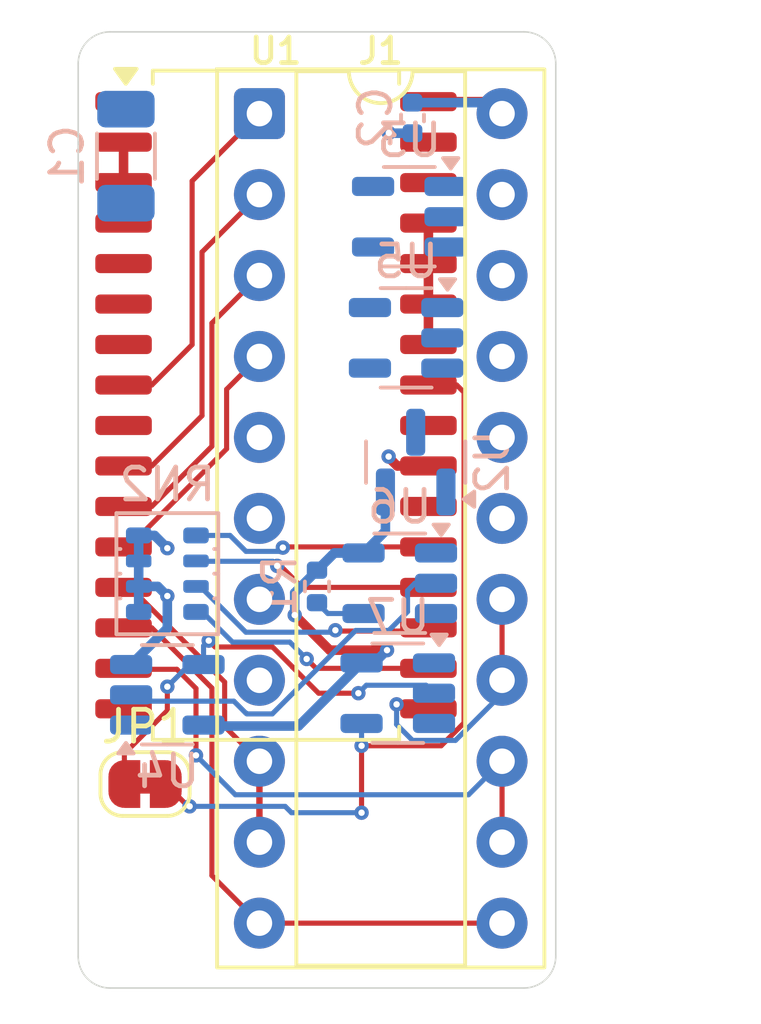
<source format=kicad_pcb>
(kicad_pcb
	(version 20241229)
	(generator "pcbnew")
	(generator_version "9.0")
	(general
		(thickness 1.6)
		(legacy_teardrops no)
	)
	(paper "A4")
	(layers
		(0 "F.Cu" signal)
		(4 "In1.Cu" power)
		(6 "In2.Cu" power)
		(2 "B.Cu" signal)
		(9 "F.Adhes" user "F.Adhesive")
		(11 "B.Adhes" user "B.Adhesive")
		(13 "F.Paste" user)
		(15 "B.Paste" user)
		(5 "F.SilkS" user "F.Silkscreen")
		(7 "B.SilkS" user "B.Silkscreen")
		(1 "F.Mask" user)
		(3 "B.Mask" user)
		(17 "Dwgs.User" user "User.Drawings")
		(19 "Cmts.User" user "User.Comments")
		(21 "Eco1.User" user "User.Eco1")
		(23 "Eco2.User" user "User.Eco2")
		(25 "Edge.Cuts" user)
		(27 "Margin" user)
		(31 "F.CrtYd" user "F.Courtyard")
		(29 "B.CrtYd" user "B.Courtyard")
		(35 "F.Fab" user)
		(33 "B.Fab" user)
		(39 "User.1" user)
		(41 "User.2" user)
		(43 "User.3" user)
		(45 "User.4" user)
	)
	(setup
		(stackup
			(layer "F.SilkS"
				(type "Top Silk Screen")
			)
			(layer "F.Paste"
				(type "Top Solder Paste")
			)
			(layer "F.Mask"
				(type "Top Solder Mask")
				(thickness 0.01)
			)
			(layer "F.Cu"
				(type "copper")
				(thickness 0.035)
			)
			(layer "dielectric 1"
				(type "prepreg")
				(thickness 0.1)
				(material "FR4")
				(epsilon_r 4.5)
				(loss_tangent 0.02)
			)
			(layer "In1.Cu"
				(type "copper")
				(thickness 0.035)
			)
			(layer "dielectric 2"
				(type "core")
				(thickness 1.24)
				(material "FR4")
				(epsilon_r 4.5)
				(loss_tangent 0.02)
			)
			(layer "In2.Cu"
				(type "copper")
				(thickness 0.035)
			)
			(layer "dielectric 3"
				(type "prepreg")
				(thickness 0.1)
				(material "FR4")
				(epsilon_r 4.5)
				(loss_tangent 0.02)
			)
			(layer "B.Cu"
				(type "copper")
				(thickness 0.035)
			)
			(layer "B.Mask"
				(type "Bottom Solder Mask")
				(thickness 0.01)
			)
			(layer "B.Paste"
				(type "Bottom Solder Paste")
			)
			(layer "B.SilkS"
				(type "Bottom Silk Screen")
			)
			(copper_finish "None")
			(dielectric_constraints no)
		)
		(pad_to_mask_clearance 0)
		(allow_soldermask_bridges_in_footprints no)
		(tenting front back)
		(pcbplotparams
			(layerselection 0x00000000_00000000_55555555_5755f5ff)
			(plot_on_all_layers_selection 0x00000000_00000000_00000000_00000000)
			(disableapertmacros no)
			(usegerberextensions no)
			(usegerberattributes yes)
			(usegerberadvancedattributes yes)
			(creategerberjobfile yes)
			(dashed_line_dash_ratio 12.000000)
			(dashed_line_gap_ratio 3.000000)
			(svgprecision 4)
			(plotframeref no)
			(mode 1)
			(useauxorigin no)
			(hpglpennumber 1)
			(hpglpenspeed 20)
			(hpglpendiameter 15.000000)
			(pdf_front_fp_property_popups yes)
			(pdf_back_fp_property_popups yes)
			(pdf_metadata yes)
			(pdf_single_document no)
			(dxfpolygonmode yes)
			(dxfimperialunits yes)
			(dxfusepcbnewfont yes)
			(psnegative no)
			(psa4output no)
			(plot_black_and_white yes)
			(sketchpadsonfab no)
			(plotpadnumbers no)
			(hidednponfab no)
			(sketchdnponfab yes)
			(crossoutdnponfab yes)
			(subtractmaskfromsilk no)
			(outputformat 1)
			(mirror no)
			(drillshape 1)
			(scaleselection 1)
			(outputdirectory "")
		)
	)
	(net 0 "")
	(net 1 "/D0")
	(net 2 "/A7")
	(net 3 "/D1")
	(net 4 "/A1")
	(net 5 "/A2")
	(net 6 "/D2")
	(net 7 "/D3")
	(net 8 "/A3")
	(net 9 "/R{slash}W")
	(net 10 "/OD")
	(net 11 "/A6")
	(net 12 "/A4")
	(net 13 "/A0")
	(net 14 "/A5")
	(net 15 "unconnected-(U1-NC-Pad24)")
	(net 16 "unconnected-(U1-NC-Pad9)")
	(net 17 "unconnected-(U1-~{HSB}-Pad31)")
	(net 18 "Net-(U1-VCAP)")
	(net 19 "GND")
	(net 20 "+5V")
	(net 21 "/~{CE_{1}}")
	(net 22 "/CE_{2}")
	(net 23 "Net-(JP1-A)")
	(net 24 "/~{OE}")
	(net 25 "/~{WE}")
	(net 26 "Net-(RN2-R2.1)")
	(net 27 "Net-(RN2-R4.1)")
	(net 28 "Net-(RN2-R3.1)")
	(net 29 "Net-(RN2-R1.1)")
	(net 30 "/~{CE}")
	(net 31 "Net-(U3-Pad4)")
	(footprint "Package_DIP:DIP-22_W7.62mm_Socket" (layer "F.Cu") (at 68.6925 52.565))
	(footprint "Package_SO:SOIC-32_7.518x20.777mm_P1.27mm" (layer "F.Cu") (at 69.2125 61.715))
	(footprint "Jumper:SolderJumper-2_P1.3mm_Bridged_RoundedPad1.0x1.5mm" (layer "F.Cu") (at 65.1 73.6))
	(footprint "PCM_Resistor_SMD_AKL:R_Array_Convex_4x0603" (layer "B.Cu") (at 65.8 67 180))
	(footprint "Package_TO_SOT_SMD:SOT-23-5" (layer "B.Cu") (at 65.8 70.8))
	(footprint "Capacitor_SMD:C_0402_1005Metric" (layer "B.Cu") (at 73.5 52.7 -90))
	(footprint "Package_TO_SOT_SMD:SOT-23-5" (layer "B.Cu") (at 73.4 55.8 180))
	(footprint "Package_TO_SOT_SMD:SOT-23-5" (layer "B.Cu") (at 73.0375 70.75 180))
	(footprint "Package_TO_SOT_SMD:SOT-23" (layer "B.Cu") (at 73.6 63.5 90))
	(footprint "Package_TO_SOT_SMD:SOT-23-5" (layer "B.Cu") (at 73.3 59.6 180))
	(footprint "Package_TO_SOT_SMD:SOT-23-5" (layer "B.Cu") (at 73.1 67.3 180))
	(footprint "Resistor_SMD:R_0402_1005Metric" (layer "B.Cu") (at 70.5 67.4 -90))
	(footprint "Capacitor_SMD:C_1206_3216Metric" (layer "B.Cu") (at 64.5 53.9 -90))
	(gr_arc
		(start 63 51)
		(mid 63.292893 50.292893)
		(end 64 50)
		(stroke
			(width 0.05)
			(type default)
		)
		(layer "Edge.Cuts")
		(uuid "056ed8e8-e117-4bd4-89ee-bb40e81e316a")
	)
	(gr_arc
		(start 78 79)
		(mid 77.707107 79.707107)
		(end 77 80)
		(stroke
			(width 0.05)
			(type default)
		)
		(layer "Edge.Cuts")
		(uuid "34761677-6265-43b0-b6b6-529a5ebbaecc")
	)
	(gr_arc
		(start 64 80)
		(mid 63.292893 79.707107)
		(end 63 79)
		(stroke
			(width 0.05)
			(type default)
		)
		(layer "Edge.Cuts")
		(uuid "5739b042-5739-4f75-b139-b7150b3ad5f5")
	)
	(gr_line
		(start 63 79)
		(end 63 51)
		(stroke
			(width 0.05)
			(type default)
		)
		(layer "Edge.Cuts")
		(uuid "6aad393a-d15b-4878-9956-feab8884d8ca")
	)
	(gr_line
		(start 78 51)
		(end 78 79)
		(stroke
			(width 0.05)
			(type default)
		)
		(layer "Edge.Cuts")
		(uuid "87d575fb-2664-46f5-854a-cdb3fc41d436")
	)
	(gr_line
		(start 77 80)
		(end 64 80)
		(stroke
			(width 0.05)
			(type default)
		)
		(layer "Edge.Cuts")
		(uuid "b83f3d2a-be5f-43bc-a4d8-adcf806d1191")
	)
	(gr_line
		(start 64 50)
		(end 77 50)
		(stroke
			(width 0.05)
			(type default)
		)
		(layer "Edge.Cuts")
		(uuid "bd839f92-1b0e-49cb-896b-0bc41a3eff23")
	)
	(gr_arc
		(start 77 50)
		(mid 77.707107 50.292893)
		(end 78 51)
		(stroke
			(width 0.05)
			(type default)
		)
		(layer "Edge.Cuts")
		(uuid "eedd5cb5-6021-4b9d-b045-761556039efc")
	)
	(segment
		(start 67.6 71.7925)
		(end 68.6925 72.885)
		(width 0.16)
		(layer "F.Cu")
		(net 1)
		(uuid "55614405-9738-49f5-b2f0-1e500de1abd7")
	)
	(segment
		(start 67.6 70.4)
		(end 67.6 71.7925)
		(width 0.16)
		(layer "F.Cu")
		(net 1)
		(uuid "571603bf-a117-4a5a-9477-cc55db4ce821")
	)
	(segment
		(start 64.63 67.43)
		(end 67.6 70.4)
		(width 0.16)
		(layer "F.Cu")
		(net 1)
		(uuid "853eb18b-d78e-4a4f-83b7-94d24450966a")
	)
	(segment
		(start 68.6925 75.425)
		(end 68.6925 72.885)
		(width 0.2)
		(layer "F.Cu")
		(net 1)
		(uuid "ac49b90f-b5d5-40c0-89a1-51b061538371")
	)
	(segment
		(start 64.425 67.43)
		(end 64.63 67.43)
		(width 0.16)
		(layer "F.Cu")
		(net 1)
		(uuid "c81e2615-f1fc-4229-822a-01471f54cf35")
	)
	(segment
		(start 67.2 70.587501)
		(end 65.312499 68.7)
		(width 0.16)
		(layer "F.Cu")
		(net 3)
		(uuid "1b078298-dfa7-4d9e-aed0-73898d37ce02")
	)
	(segment
		(start 76.3125 77.965)
		(end 68.6925 77.965)
		(width 0.16)
		(layer "F.Cu")
		(net 3)
		(uuid "33046643-0761-489a-8696-4fed7e0988f9")
	)
	(segment
		(start 67.2 76.4725)
		(end 67.2 70.587501)
		(width 0.16)
		(layer "F.Cu")
		(net 3)
		(uuid "96380d26-132e-4dea-a0f0-d6a6383bdcd3")
	)
	(segment
		(start 65.312499 68.7)
		(end 64.425 68.7)
		(width 0.16)
		(layer "F.Cu")
		(net 3)
		(uuid "a448f871-5ee5-4d9e-b7b1-8a3c4558557f")
	)
	(segment
		(start 68.6925 77.965)
		(end 67.2 76.4725)
		(width 0.16)
		(layer "F.Cu")
		(net 3)
		(uuid "f720a200-3b3e-45e2-90ef-e4dcf60d6cf2")
	)
	(segment
		(start 67.2 59.1375)
		(end 68.6925 57.645)
		(width 0.16)
		(layer "F.Cu")
		(net 4)
		(uuid "ab27c409-c677-4738-9f5b-8b9d5b216ead")
	)
	(segment
		(start 64.425 64.89)
		(end 65.312499 64.89)
		(width 0.16)
		(layer "F.Cu")
		(net 4)
		(uuid "baa3e6b3-812d-4c43-8e5a-b884800a185c")
	)
	(segment
		(start 65.312499 64.89)
		(end 67.2 63.002499)
		(width 0.16)
		(layer "F.Cu")
		(net 4)
		(uuid "c07a3c0a-6d9f-4298-bf55-19eb52e93aac")
	)
	(segment
		(start 67.2 63.002499)
		(end 67.2 59.1375)
		(width 0.16)
		(layer "F.Cu")
		(net 4)
		(uuid "dfe0616f-05ac-4416-82f0-472ba515a831")
	)
	(segment
		(start 66.889 56.9085)
		(end 68.6925 55.105)
		(width 0.16)
		(layer "F.Cu")
		(net 5)
		(uuid "331613e1-a4e5-4156-ae2e-3db4ce7b4d88")
	)
	(segment
		(start 65.312499 63.62)
		(end 66.889 62.043499)
		(width 0.16)
		(layer "F.Cu")
		(net 5)
		(uuid "b3b43fc7-02c0-4c81-8991-8e9754e0410d")
	)
	(segment
		(start 66.889 62.043499)
		(end 66.889 56.9085)
		(width 0.16)
		(layer "F.Cu")
		(net 5)
		(uuid "d78700f5-6695-43c5-a13a-74fdf7b3643d")
	)
	(segment
		(start 64.425 63.62)
		(end 65.312499 63.62)
		(width 0.16)
		(layer "F.Cu")
		(net 5)
		(uuid "e1bbfb1f-6bc2-46fb-84e1-664b18fb5be3")
	)
	(segment
		(start 66.7 70.600059)
		(end 66.099941 70)
		(width 0.16)
		(layer "F.Cu")
		(net 6)
		(uuid "6617876f-2599-425e-b99f-b828ae06a891")
	)
	(segment
		(start 76.3125 75.425)
		(end 76.3125 72.885)
		(width 0.16)
		(layer "F.Cu")
		(net 6)
		(uuid "706a30bd-8eeb-4ab5-a52f-cd741cdd43fc")
	)
	(segment
		(start 66.7 72.7)
		(end 66.7 70.600059)
		(width 0.16)
		(layer "F.Cu")
		(net 6)
		(uuid "955ce760-047e-4737-bca4-c5d07e6925b6")
	)
	(segment
		(start 66.099941 70)
		(end 64.455 70)
		(width 0.16)
		(layer "F.Cu")
		(net 6)
		(uuid "bacf867a-4881-48b7-b35c-d2414f925f62")
	)
	(segment
		(start 64.455 70)
		(end 64.425 69.97)
		(width 0.16)
		(layer "F.Cu")
		(net 6)
		(uuid "c24f3275-2582-455d-822f-ba511b3a71ee")
	)
	(via
		(at 66.7 72.7)
		(size 0.45)
		(drill 0.2)
		(layers "F.Cu" "B.Cu")
		(net 6)
		(uuid "7e744d9d-aa47-4515-b73e-2defe198bf47")
	)
	(segment
		(start 67.936 73.936)
		(end 75.2615 73.936)
		(width 0.16)
		(layer "B.Cu")
		(net 6)
		(uuid "9999567f-b6d8-4288-bf87-216106af3aeb")
	)
	(segment
		(start 75.2615 73.936)
		(end 76.3125 72.885)
		(width 0.16)
		(layer "B.Cu")
		(net 6)
		(uuid "aa035fe3-162d-4252-99c7-e356bd851537")
	)
	(segment
		(start 66.7 72.7)
		(end 67.936 73.936)
		(width 0.16)
		(layer "B.Cu")
		(net 6)
		(uuid "dc8d19c6-e848-4102-b5cf-013bc3c1d979")
	)
	(segment
		(start 76.3125 70.345)
		(end 76.3125 67.805)
		(width 0.16)
		(layer "F.Cu")
		(net 7)
		(uuid "27557b2d-91b1-44d2-a065-88daa48af7ec")
	)
	(via
		(at 73 71.1)
		(size 0.45)
		(drill 0.2)
		(layers "F.Cu" "B.Cu")
		(net 7)
		(uuid "b6c7ddd9-14e8-44ca-8f9d-4aef56fcf187")
	)
	(segment
		(start 74.849472 72.231)
		(end 76.3125 70.767972)
		(width 0.16)
		(layer "B.Cu")
		(net 7)
		(uuid "6273392f-56a2-4bcc-b6e2-e5f2bb38dadf")
	)
	(segment
		(start 73.500528 72.231)
		(end 74.849472 72.231)
		(width 0.16)
		(layer "B.Cu")
		(net 7)
		(uuid "6db3c243-5e2c-4fe8-82a2-a2171bd4525b")
	)
	(segment
		(start 76.3125 70.767972)
		(end 76.3125 70.345)
		(width 0.16)
		(layer "B.Cu")
		(net 7)
		(uuid "9a2880d3-c56d-4be7-a64b-0a83e7f9995c")
	)
	(segment
		(start 73 71.1)
		(end 73 71.730472)
		(width 0.16)
		(layer "B.Cu")
		(net 7)
		(uuid "c9d98864-ec72-4a33-996e-573c5c102db3")
	)
	(segment
		(start 73 71.730472)
		(end 73.500528 72.231)
		(width 0.16)
		(layer "B.Cu")
		(net 7)
		(uuid "f3a87648-0ee9-40dd-9856-fde5cc7a8880")
	)
	(segment
		(start 65.312499 61.08)
		(end 66.578 59.814499)
		(width 0.16)
		(layer "F.Cu")
		(net 8)
		(uuid "33605727-365a-4115-b7be-890c9b3a689a")
	)
	(segment
		(start 66.578 54.6795)
		(end 68.6925 52.565)
		(width 0.16)
		(layer "F.Cu")
		(net 8)
		(uuid "8d8914ac-d483-4cd2-9dc6-f8a755fb8481")
	)
	(segment
		(start 64.425 61.08)
		(end 65.312499 61.08)
		(width 0.16)
		(layer "F.Cu")
		(net 8)
		(uuid "b2049a79-0871-4703-8f38-a32f901f5ad8")
	)
	(segment
		(start 66.578 59.814499)
		(end 66.578 54.6795)
		(width 0.16)
		(layer "F.Cu")
		(net 8)
		(uuid "d707073b-a0a3-4d24-b332-0e5e7418431e")
	)
	(segment
		(start 68.3 71.4)
		(end 69.095555 71.4)
		(width 0.16)
		(layer "B.Cu")
		(net 9)
		(uuid "1a0b3518-7193-40b3-9fb5-1c08920bd42b")
	)
	(segment
		(start 71.714555 68.781)
		(end 72.7565 68.781)
		(width 0.16)
		(layer "B.Cu")
		(net 9)
		(uuid "28eba6fe-23f0-4fbb-b940-3510dedb7f4c")
	)
	(segment
		(start 72.7565 68.781)
		(end 73.344 68.1935)
		(width 0.16)
		(layer "B.Cu")
		(net 9)
		(uuid "67700bd3-a2f5-4778-999f-a4d846b7a757")
	)
	(segment
		(start 73.575001 67.3)
		(end 74.2375 67.3)
		(width 0.16)
		(layer "B.Cu")
		(net 9)
		(uuid "78a0549c-9f9e-4fe6-a3ef-e6f57aa878b5")
	)
	(segment
		(start 64.6625 70.8)
		(end 64.8625 71)
		(width 0.16)
		(layer "B.Cu")
		(net 9)
		(uuid "7a955d28-839d-426c-930d-8754edb5b516")
	)
	(segment
		(start 64.8625 71)
		(end 67.889445 71)
		(width 0.16)
		(layer "B.Cu")
		(net 9)
		(uuid "a91ee89f-e1ad-45d4-a7ed-dd403f28da24")
	)
	(segment
		(start 69.095555 71.4)
		(end 71.714555 68.781)
		(width 0.16)
		(layer "B.Cu")
		(net 9)
		(uuid "ab93ad0c-cbb5-4f72-9f7a-ce01a018e886")
	)
	(segment
		(start 67.889445 71)
		(end 68.265445 71.376)
		(width 0.16)
		(layer "B.Cu")
		(net 9)
		(uuid "af16abd5-ddcf-43d1-aeb5-2fbcbc8aad7b")
	)
	(segment
		(start 73.344 67.531001)
		(end 73.575001 67.3)
		(width 0.16)
		(layer "B.Cu")
		(net 9)
		(uuid "afdfe8b1-b9eb-4606-aef9-269c11663f49")
	)
	(segment
		(start 68.276 71.376)
		(end 68.3 71.4)
		(width 0.16)
		(layer "B.Cu")
		(net 9)
		(uuid "b9335092-f7e6-4f72-9019-93ef646cac0a")
	)
	(segment
		(start 68.265445 71.376)
		(end 68.276 71.376)
		(width 0.16)
		(layer "B.Cu")
		(net 9)
		(uuid "e0d85a1a-41fe-4a73-8eab-fb9c33ff8d7b")
	)
	(segment
		(start 73.344 68.1935)
		(end 73.344 67.531001)
		(width 0.16)
		(layer "B.Cu")
		(net 9)
		(uuid "ed4b3257-429b-4ce5-9e3a-2d6d48b3f66a")
	)
	(segment
		(start 67.6615 61.216)
		(end 68.6925 60.185)
		(width 0.16)
		(layer "F.Cu")
		(net 13)
		(uuid "1f0ec7a5-ee1f-4af8-a1b3-50a97f32eac2")
	)
	(segment
		(start 64.425 66.16)
		(end 64.585472 66.16)
		(width 0.16)
		(layer "F.Cu")
		(net 13)
		(uuid "4d90f235-74fe-40a3-80b9-9dc4728d9c3c")
	)
	(segment
		(start 64.585472 66.16)
		(end 67.6615 63.083972)
		(width 0.16)
		(layer "F.Cu")
		(net 13)
		(uuid "5048e5f7-e8a9-485e-91d9-3fbb5d69afeb")
	)
	(segment
		(start 67.6615 63.083972)
		(end 67.6615 61.216)
		(width 0.16)
		(layer "F.Cu")
		(net 13)
		(uuid "9af7c7b8-6890-4df6-94e0-045416579618")
	)
	(segment
		(start 72.75 63.35)
		(end 73.02 63.62)
		(width 0.3)
		(layer "F.Cu")
		(net 19)
		(uuid "5ae03cdc-40bb-408d-9762-6c24af06424b")
	)
	(segment
		(start 73.02 63.62)
		(end 74 63.62)
		(width 0.3)
		(layer "F.Cu")
		(net 19)
		(uuid "6367bd5c-7868-4369-8187-ed0f31504f48")
	)
	(segment
		(start 64.425 53.46)
		(end 64.425 54.73)
		(width 0.3)
		(layer "F.Cu")
		(net 19)
		(uuid "afe1f106-7a2f-4915-9f4e-342c098bcd88")
	)
	(segment
		(start 72.75 63.325)
		(end 72.75 63.35)
		(width 0.3)
		(layer "F.Cu")
		(net 19)
		(uuid "c541e501-e504-462b-8acd-ae115ff0c960")
	)
	(segment
		(start 74 56)
		(end 74 59.81)
		(width 0.3)
		(layer "F.Cu")
		(net 19)
		(uuid "df8ba47f-a02b-4742-971a-da05eaccc6c0")
	)
	(via
		(at 72.75 63.325)
		(size 0.45)
		(drill 0.2)
		(layers "F.Cu" "B.Cu")
		(net 19)
		(uuid "0b0924c2-95cc-4fd8-a529-8eba1e22edae")
	)
	(via
		(at 65.8 66.2)
		(size 0.45)
		(drill 0.2)
		(layers "F.Cu" "B.Cu")
		(free yes)
		(net 19)
		(uuid "38ad7ffc-798e-4291-9683-7c0c8b57c754")
	)
	(via
		(at 72.755155 53.170021)
		(size 0.45)
		(drill 0.2)
		(layers "F.Cu" "B.Cu")
		(free yes)
		(net 19)
		(uuid "75e2a39e-8a79-4f81-8b6b-67b0dff96fbc")
	)
	(via
		(at 65.8 67.7)
		(size 0.45)
		(drill 0.2)
		(layers "F.Cu" "B.Cu")
		(net 19)
		(uuid "bc7e3045-70bf-4f65-a65f-dcfbb9f989d3")
	)
	(segment
		(start 64.9 65.8)
		(end 65.4 65.8)
		(width 0.3)
		(layer "B.Cu")
		(net 19)
		(uuid "32ce7fb5-1a91-4ce6-8a21-277baf67abd0")
	)
	(segment
		(start 64.6625 69.85)
		(end 65.8 68.7125)
		(width 0.3)
		(layer "B.Cu")
		(net 19)
		(uuid "52fce2fb-78dd-41ce-8f36-f8e5ac47c0c4")
	)
	(segment
		(start 65.4 65.8)
		(end 65.8 66.2)
		(width 0.3)
		(layer "B.Cu")
		(net 19)
		(uuid "711a9481-c7e3-4fc3-a98f-0913cf6caf1b")
	)
	(segment
		(start 72.765134 53.18)
		(end 73.5 53.18)
		(width 0.3)
		(layer "B.Cu")
		(net 19)
		(uuid "7d8b17ce-4879-4058-8115-1f020cab5ed0")
	)
	(segment
		(start 65.5 67.4)
		(end 65.8 67.7)
		(width 0.3)
		(layer "B.Cu")
		(net 19)
		(uuid "8f59c84d-9cf7-4f1b-a1bf-649a590d981b")
	)
	(segment
		(start 72.755155 53.170021)
		(end 72.765134 53.18)
		(width 0.3)
		(layer "B.Cu")
		(net 19)
		(uuid "9dcdddba-d3f7-4772-b37f-947ed6f091e9")
	)
	(segment
		(start 64.9 68.2)
		(end 64.9 65.8)
		(width 0.3)
		(layer "B.Cu")
		(net 19)
		(uuid "c74b9c4f-8291-45d0-96b1-4711f715ef5a")
	)
	(segment
		(start 65.8 68.7125)
		(end 65.8 67.7)
		(width 0.3)
		(layer "B.Cu")
		(net 19)
		(uuid "d204f763-144f-4b46-9a02-727785c45293")
	)
	(segment
		(start 64.9 67.4)
		(end 65.5 67.4)
		(width 0.3)
		(layer "B.Cu")
		(net 19)
		(uuid "e9a58e36-645d-401a-9360-dd7bc26127c4")
	)
	(segment
		(start 72.7 69.4)
		(end 70.9 69.4)
		(width 0.3)
		(layer "F.Cu")
		(net 20)
		(uuid "84b10477-e8b1-461c-840e-35c69d7f957b")
	)
	(segment
		(start 70.9 69.4)
		(end 69.8 68.3)
		(width 0.3)
		(layer "F.Cu")
		(net 20)
		(uuid "d0346bab-9c66-48af-bcb4-0ba11ba53edf")
	)
	(segment
		(start 74 52.19)
		(end 75.9375 52.19)
		(width 0.3)
		(layer "F.Cu")
		(net 20)
		(uuid "d2c8403b-e2f9-48fe-9380-675c5410cf02")
	)
	(segment
		(start 75.9375 52.19)
		(end 76.3125 52.565)
		(width 0.3)
		(layer "F.Cu")
		(net 20)
		(uuid "d95e663b-77d0-4514-9598-693cd3002bdc")
	)
	(via
		(at 72.7 69.4)
		(size 0.45)
		(drill 0.2)
		(layers "F.Cu" "B.Cu")
		(net 20)
		(uuid "5b530245-30e3-4374-9c50-95421c0a4e4a")
	)
	(via
		(at 69.8 68.3)
		(size 0.45)
		(drill 0.2)
		(layers "F.Cu" "B.Cu")
		(net 20)
		(uuid "82369176-66d1-4cb8-8f46-74442b16b7bc")
	)
	(segment
		(start 71.9 69.8)
		(end 72.3 69.8)
		(width 0.3)
		(layer "B.Cu")
		(net 20)
		(uuid "2a73f3f0-d904-46a7-8f14-81a9e03a64d9")
	)
	(segment
		(start 73.5 52.22)
		(end 75.9675 52.22)
		(width 0.3)
		(layer "B.Cu")
		(net 20)
		(uuid "2e8ec0af-7b5f-4471-95a9-47ec44781a11")
	)
	(segment
		(start 66.9375 71.75)
		(end 66.9685 71.781)
		(width 0.3)
		(layer "B.Cu")
		(net 20)
		(uuid "3e51e2e6-4eaf-4187-b036-e6229a8e8eed")
	)
	(segment
		(start 69.8 67.6)
		(end 71.05 66.35)
		(width 0.3)
		(layer "B.Cu")
		(net 20)
		(uuid "57399b75-ca41-42b2-9f1c-bb5134a74b3d")
	)
	(segment
		(start 69.8 68.3)
		(end 69.8 67.6)
		(width 0.3)
		(layer "B.Cu")
		(net 20)
		(uuid "7b28d220-039a-4803-8b15-f498ffbfe8bc")
	)
	(segment
		(start 71.9625 66.35)
		(end 71.04 66.35)
		(width 0.3)
		(layer "B.Cu")
		(net 20)
		(uuid "862a8c54-2822-4151-81c2-34b2b0bb42a9")
	)
	(segment
		(start 71.05 66.35)
		(end 71.9625 66.35)
		(width 0.3)
		(layer "B.Cu")
		(net 20)
		(uuid "94d22b3b-d6b5-4733-8b57-54ceab1059e9")
	)
	(segment
		(start 75.9675 52.22)
		(end 76.3125 52.565)
		(width 0.3)
		(layer "B.Cu")
		(net 20)
		(uuid "97ca0a2c-c812-4862-b5dc-d1df4541f365")
	)
	(segment
		(start 69.919 71.781)
		(end 71.9 69.8)
		(width 0.3)
		(layer "B.Cu")
		(net 20)
		(uuid "98ac3bd2-e27b-4dd2-9534-69b92f324e34")
	)
	(segment
		(start 72.65 64.4375)
		(end 72.65 65.6625)
		(width 0.3)
		(layer "B.Cu")
		(net 20)
		(uuid "9bd95e9d-24e2-4a02-b3dc-a21deae8f670")
	)
	(segment
		(start 66.9685 71.781)
		(end 69.919 71.781)
		(width 0.3)
		(layer "B.Cu")
		(net 20)
		(uuid "b2d394c6-85f3-4469-873f-6abf99ab2975")
	)
	(segment
		(start 72.3 69.8)
		(end 72.7 69.4)
		(width 0.3)
		(layer "B.Cu")
		(net 20)
		(uuid "c989b706-bab9-445c-992c-12fbd5585476")
	)
	(segment
		(start 71.04 66.35)
		(end 70.5 66.89)
		(width 0.3)
		(layer "B.Cu")
		(net 20)
		(uuid "d85e6a93-8a52-404b-b679-c966e80906a2")
	)
	(segment
		(start 72.65 65.6625)
		(end 71.9625 66.35)
		(width 0.3)
		(layer "B.Cu")
		(net 20)
		(uuid "f512c554-11c2-43ff-aaee-3525c12d0c1d")
	)
	(segment
		(start 69.114 69.314)
		(end 69.119555 69.314)
		(width 0.16)
		(layer "F.Cu")
		(net 23)
		(uuid "3aada8c6-1e24-43ac-a56f-c097f43fa621")
	)
	(segment
		(start 69.7235 69.9235)
		(end 70.55 70.75)
		(width 0.16)
		(layer "F.Cu")
		(net 23)
		(uuid "44fd3754-b6b8-4740-9ff5-a2c6ee23820c")
	)
	(segment
		(start 65.8 71.295472)
		(end 64.45 72.645472)
		(width 0.16)
		(layer "F.Cu")
		(net 23)
		(uuid "50fabbf8-73fa-43a0-99a5-338b62c7c2c9")
	)
	(segment
		(start 69.1 69.3)
		(end 69.114 69.314)
		(width 0.16)
		(layer "F.Cu")
		(net 23)
		(uuid "618a561a-4d51-4d9d-9c68-3987f0e77e82")
	)
	(segment
		(start 67.1 69.1)
		(end 67.3 69.3)
		(width 0.16)
		(layer "F.Cu")
		(net 23)
		(uuid "62f236cc-d744-4f1a-884b-1c40824a92ed")
	)
	(segment
		(start 67.3 69.3)
		(end 69.1 69.3)
		(width 0.16)
		(layer "F.Cu")
		(net 23)
		(uuid "980d42d1-1652-4900-bd10-74ba4ae1c2dc")
	)
	(segment
		(start 70.55 70.75)
		(end 71.8 70.75)
		(width 0.16)
		(layer "F.Cu")
		(net 23)
		(uuid "a2b4b03f-9f21-41f2-afe5-03a2cabaea47")
	)
	(segment
		(start 64.45 72.645472)
		(end 64.45 73.6)
		(width 0.16)
		(layer "F.Cu")
		(net 23)
		(uuid "abd0ff71-1edf-4057-bce5-2a8653fde752")
	)
	(segment
		(start 69.119555 69.314)
		(end 69.7235 69.917945)
		(width 0.16)
		(layer "F.Cu")
		(net 23)
		(uuid "bba54763-ceae-4b93-8008-64e02e383387")
	)
	(segment
		(start 69.7235 69.917945)
		(end 69.7235 69.9235)
		(width 0.16)
		(layer "F.Cu")
		(net 23)
		(uuid "c2cc8abc-8c86-48d1-a9de-a0ab584c9dd0")
	)
	(segment
		(start 65.8 70.545)
		(end 65.8 71.295472)
		(width 0.16)
		(layer "F.Cu")
		(net 23)
		(uuid "dbc01ed6-18d1-4de2-9e71-351c7aafb0fa")
	)
	(via
		(at 67.1 69.1)
		(size 0.45)
		(drill 0.2)
		(layers "F.Cu" "B.Cu")
		(net 23)
		(uuid "a4595790-7802-4917-9bc9-f6fe3017c87b")
	)
	(via
		(at 71.8 70.75)
		(size 0.45)
		(drill 0.2)
		(layers "F.Cu" "B.Cu")
		(net 23)
		(uuid "a6cdab6e-8bf0-40d7-a02d-bd86aa729256")
	)
	(via
		(at 65.8 70.545)
		(size 0.45)
		(drill 0.2)
		(layers "F.Cu" "B.Cu")
		(net 23)
		(uuid "c803b711-9fa6-412e-bd7d-94fd49f2c3d5")
	)
	(segment
		(start 67.1 69.1)
		(end 66.9375 69.2625)
		(width 0.16)
		(layer "B.Cu")
		(net 23)
		(uuid "0c58a4d3-920e-490b-91dc-6cf296cb6ee1")
	)
	(segment
		(start 66.9375 69.85)
		(end 66.495 69.85)
		(width 0.16)
		(layer "B.Cu")
		(net 23)
		(uuid "10b3fa73-835f-4a45-996d-982250b951fc")
	)
	(segment
		(start 71.8 70.75)
		(end 72.05 70.5)
		(width 0.16)
		(layer "B.Cu")
		(net 23)
		(uuid "3225dfee-6b43-4c37-ada6-d6be6ce1c4b4")
	)
	(segment
		(start 72.05 70.5)
		(end 73.925 70.5)
		(width 0.16)
		(layer "B.Cu")
		(net 23)
		(uuid "3a798022-5a55-4add-b1eb-4efd9e7fd0ff")
	)
	(segment
		(start 73.925 70.5)
		(end 74.175 70.75)
		(width 0.16)
		(layer "B.Cu")
		(net 23)
		(uuid "482ab522-f929-42a8-82bb-2ce6a03274ee")
	)
	(segment
		(start 66.495 69.85)
		(end 65.8 70.545)
		(width 0.16)
		(layer "B.Cu")
		(net 23)
		(uuid "5a22479b-7067-465a-addf-b3ad2c0ed401")
	)
	(segment
		(start 66.9375 69.2625)
		(end 66.9375 69.85)
		(width 0.16)
		(layer "B.Cu")
		(net 23)
		(uuid "d2eaa243-04e4-4ac2-8d92-097111a800e4")
	)
	(segment
		(start 74.887499 61.08)
		(end 74 61.08)
		(width 0.16)
		(layer "F.Cu")
		(net 24)
		(uuid "5a0a4373-af67-4412-911a-cb6f981f6bb3")
	)
	(segment
		(start 66.45 74.3)
		(end 66.5 74.3)
		(width 0.16)
		(layer "F.Cu")
		(net 24)
		(uuid "5eddd214-f8ed-4458-8819-4fbf6814747f")
	)
	(segment
		(start 71.9 74.5)
		(end 71.9 72.4)
		(width 0.16)
		(layer "F.Cu")
		(net 24)
		(uuid "76861af1-0b62-4f3f-aee3-62a017e04a51")
	)
	(segment
		(start 74.4 72.4)
		(end 75.1185 71.6815)
		(width 0.16)
		(layer "F.Cu")
		(net 24)
		(uuid "c3d4b424-8519-4e35-aa68-22cf664f28bd")
	)
	(segment
		(start 75.1185 61.311001)
		(end 74.887499 61.08)
		(width 0.16)
		(layer "F.Cu")
		(net 24)
		(uuid "d102e30c-d6f6-4cdd-85b5-e0aec9203dbd")
	)
	(segment
		(start 71.9 72.4)
		(end 74.4 72.4)
		(width 0.16)
		(layer "F.Cu")
		(net 24)
		(uuid "dea4e8b1-0828-4920-bc39-ff3d8b5e92e8")
	)
	(segment
		(start 75.1185 71.6815)
		(end 75.1185 61.311001)
		(width 0.16)
		(layer "F.Cu")
		(net 24)
		(uuid "df47d784-2b7e-4dca-91cd-480321175edd")
	)
	(segment
		(start 65.75 73.6)
		(end 66.45 74.3)
		(width 0.16)
		(layer "F.Cu")
		(net 24)
		(uuid "fcb3d10a-da90-4307-8da7-a7416f989beb")
	)
	(via
		(at 66.5 74.3)
		(size 0.45)
		(drill 0.2)
		(layers "F.Cu" "B.Cu")
		(net 24)
		(uuid "1bab29f9-e7f1-4ae6-b08f-99d697a0dce4")
	)
	(via
		(at 71.9 74.5)
		(size 0.45)
		(drill 0.2)
		(layers "F.Cu" "B.Cu")
		(net 24)
		(uuid "35e2bee9-e93f-4ee5-ad89-24633954a393")
	)
	(via
		(at 71.9 72.4)
		(size 0.45)
		(drill 0.2)
		(layers "F.Cu" "B.Cu")
		(net 24)
		(uuid "d569bd12-46da-4609-a1e1-252ac3d6e31a")
	)
	(segment
		(start 69.7 74.5)
		(end 69.5 74.3)
		(width 0.16)
		(layer "B.Cu")
		(net 24)
		(uuid "6f9a4490-683d-42f8-8558-f2a477fd7e1d")
	)
	(segment
		(start 71.9 74.5)
		(end 69.7 74.5)
		(width 0.16)
		(layer "B.Cu")
		(net 24)
		(uuid "83d98511-de1f-4c84-bbf5-37cdb2b14ea6")
	)
	(segment
		(start 71.9 71.7)
		(end 71.9 72.4)
		(width 0.16)
		(layer "B.Cu")
		(net 24)
		(uuid "8b8acf36-8fc4-4fe3-9e43-6e9d730a410b")
	)
	(segment
		(start 69.5 74.3)
		(end 66.5 74.3)
		(width 0.16)
		(layer "B.Cu")
		(net 24)
		(uuid "d4e2ae05-bf90-412b-b6d0-152f40c19fd5")
	)
	(segment
		(start 70.84 68.25)
		(end 70.5 67.91)
		(width 0.16)
		(layer "B.Cu")
		(net 25)
		(uuid "180297b7-8275-41e6-99fe-b43516bc172d")
	)
	(segment
		(start 71.9625 68.25)
		(end 70.84 68.25)
		(width 0.16)
		(layer "B.Cu")
		(net 25)
		(uuid "f06972bd-bf13-46a4-83fe-a38b6f8016e0")
	)
	(segment
		(start 69.25 66.755)
		(end 69.355 66.755)
		(width 0.16)
		(layer "F.Cu")
		(net 26)
		(uuid "3d18d39f-8b2f-48fe-8cb0-2bfbdb014818")
	)
	(segment
		(start 70.03 67.43)
		(end 74 67.43)
		(width 0.16)
		(layer "F.Cu")
		(net 26)
		(uuid "567729c8-0d1f-4e2c-9084-594f7ef38ebe")
	)
	(segment
		(start 69.355 66.755)
		(end 70.03 67.43)
		(width 0.16)
		(layer "F.Cu")
		(net 26)
		(uuid "68d46757-24eb-4bb7-b2ae-6afe446033e9")
	)
	(via
		(at 69.25 66.755)
		(size 0.45)
		(drill 0.2)
		(layers "F.Cu" "B.Cu")
		(net 26)
		(uuid "a2cd6b18-a06d-4d45-97c1-a379d02054ae")
	)
	(segment
		(start 69.25 66.75)
		(end 69.111 66.611)
		(width 0.16)
		(layer "B.Cu")
		(net 26)
		(uuid "56fe020a-541a-4d51-909c-f7fc8eba9f74")
	)
	(segment
		(start 66.7 66.6)
		(end 66.9 66.6)
		(width 0.16)
		(layer "B.Cu")
		(net 26)
		(uuid "5a8c80fc-e511-41ac-a1fd-fe87faae0c57")
	)
	(segment
		(start 69.111 66.611)
		(end 66.711 66.611)
		(width 0.16)
		(layer "B.Cu")
		(net 26)
		(uuid "b3c220e0-74f9-4c8f-9e0c-a1659d4eb61c")
	)
	(segment
		(start 69.25 66.755)
		(end 69.25 66.75)
		(width 0.16)
		(layer "B.Cu")
		(net 26)
		(uuid "c4ab5704-99b5-4fb5-8b55-0bbdf3357e84")
	)
	(segment
		(start 66.711 66.611)
		(end 66.7 66.6)
		(width 0.16)
		(layer "B.Cu")
		(net 26)
		(uuid "e40f0a78-6369-4367-9b73-431fc0706277")
	)
	(segment
		(start 74 69.97)
		(end 70.47 69.97)
		(width 0.16)
		(layer "F.Cu")
		(net 27)
		(uuid "14be2cc8-f2c6-48e2-aa09-33cfe2c1b17f")
	)
	(segment
		(start 70.47 69.97)
		(end 70.176043 69.676043)
		(width 0.16)
		(layer "F.Cu")
		(net 27)
		(uuid "4460638f-8c76-469f-826d-0bc54a922b81")
	)
	(via
		(at 70.176043 69.676043)
		(size 0.45)
		(drill 0.2)
		(layers "F.Cu" "B.Cu")
		(net 27)
		(uuid "6aa3ed22-9a92-425e-912f-fd4adc06c571")
	)
	(segment
		(start 66.9 68.2)
		(end 66.7 68.2)
		(width 0.16)
		(layer "B.Cu")
		(net 27)
		(uuid "031b1f2a-838e-4a30-bb9c-7f4b8b8ee203")
	)
	(segment
		(start 70.130352 69.630352)
		(end 69.646999 69.146999)
		(width 0.16)
		(layer "B.Cu")
		(net 27)
		(uuid "4c2f5b56-9f53-4bd3-a274-611b10d27c25")
	)
	(segment
		(start 70.221734 69.630352)
		(end 70.130352 69.630352)
		(width 0.16)
		(layer "B.Cu")
		(net 27)
		(uuid "63a3a61f-317b-49a6-9ffa-ea665b990f75")
	)
	(segment
		(start 70.176043 69.676043)
		(end 70.221734 69.630352)
		(width 0.16)
		(layer "B.Cu")
		(net 27)
		(uuid "6bd73da4-2cab-4f27-9461-da1b7ae2a34b")
	)
	(segment
		(start 69.646999 69.146999)
		(end 67.846999 69.146999)
		(width 0.16)
		(layer "B.Cu")
		(net 27)
		(uuid "addf1119-090e-46eb-a100-e7a73e5d879e")
	)
	(segment
		(start 67.846999 69.146999)
		(end 66.9 68.2)
		(width 0.16)
		(layer "B.Cu")
		(net 27)
		(uuid "c2db7364-db65-4f6e-89af-ea3f537f9e92")
	)
	(segment
		(start 71.077736 68.774351)
		(end 71.103385 68.8)
		(width 0.16)
		(layer "F.Cu")
		(net 28)
		(uuid "24c9b17a-7c27-41b8-b61c-637b93a8496e")
	)
	(segment
		(start 71.103385 68.8)
		(end 73.9 68.8)
		(width 0.16)
		(layer "F.Cu")
		(net 28)
		(uuid "29ba5d2d-3ca4-46db-8fc4-26bfd5487d04")
	)
	(segment
		(start 73.9 68.8)
		(end 74 68.7)
		(width 0.16)
		(layer "F.Cu")
		(net 28)
		(uuid "f0aa3d77-4ce1-41a5-a657-abcd7220a073")
	)
	(via
		(at 71.077736 68.774351)
		(size 0.45)
		(drill 0.2)
		(layers "F.Cu" "B.Cu")
		(net 28)
		(uuid "ae8453a5-51a9-4597-9c7a-12a61cb78635")
	)
	(segment
		(start 71.016087 68.836)
		(end 68.265445 68.836)
		(width 0.16)
		(layer "B.Cu")
		(net 28)
		(uuid "53678884-6a82-4b4e-810a-86d9e0ce9d28")
	)
	(segment
		(start 66.7 67.4)
		(end 66.9 67.4)
		(width 0.16)
		(layer "B.Cu")
		(net 28)
		(uuid "c6c62f5b-100f-4bca-9d8d-f24f8188f470")
	)
	(segment
		(start 68.265445 68.836)
		(end 66.829445 67.4)
		(width 0.16)
		(layer "B.Cu")
		(net 28)
		(uuid "cf7fc9fe-f1f9-4fb3-82dc-66d51b553eb8")
	)
	(segment
		(start 66.829445 67.4)
		(end 66.7 67.4)
		(width 0.16)
		(layer "B.Cu")
		(net 28)
		(uuid "e25717f0-ccd4-4405-ad37-b671ead171dc")
	)
	(segment
		(start 71.077736 68.774351)
		(end 71.016087 68.836)
		(width 0.16)
		(layer "B.Cu")
		(net 28)
		(uuid "f7d4d768-567f-453a-93e7-82346a5acfb4")
	)
	(segment
		(start 69.449215 66.16)
		(end 74 66.16)
		(width 0.16)
		(layer "F.Cu")
		(net 29)
		(uuid "07d7b590-f75b-4ffe-8ffc-baf8bab2f20d")
	)
	(segment
		(start 69.427392 66.181823)
		(end 69.449215 66.16)
		(width 0.16)
		(layer "F.Cu")
		(net 29)
		(uuid "5b3247b0-d253-46ba-9d7b-c4d9bfbac55c")
	)
	(via
		(at 69.427392 66.181823)
		(size 0.45)
		(drill 0.2)
		(layers "F.Cu" "B.Cu")
		(net 29)
		(uuid "fbe8c2fd-c7e7-4cc6-89b4-17fc919b98da")
	)
	(segment
		(start 68.269445 66.3)
		(end 67.769445 65.8)
		(width 0.16)
		(layer "B.Cu")
		(net 29)
		(uuid "48cbc404-e3eb-4329-8cd9-00361e225c9d")
	)
	(segment
		(start 69.427392 66.181823)
		(end 69.309215 66.3)
		(width 0.16)
		(layer "B.Cu")
		(net 29)
		(uuid "6bb4396d-9ab8-4bcd-99e1-219947564525")
	)
	(segment
		(start 67.769445 65.8)
		(end 66.7 65.8)
		(width 0.16)
		(layer "B.Cu")
		(net 29)
		(uuid "c079f91e-3682-4a28-afaf-036adb7f72c6")
	)
	(segment
		(start 69.309215 66.3)
		(end 68.269445 66.3)
		(width 0.16)
		(layer "B.Cu")
		(net 29)
		(uuid "d9dd6559-0722-4093-88bb-c1f7ad0a89c0")
	)
	(zone
		(net 19)
		(net_name "GND")
		(layers "In1.Cu" "In2.Cu")
		(uuid "4f80077a-3424-42ea-9840-e4196d3529ab")
		(hatch edge 0.5)
		(connect_pads
			(clearance 0.1)
		)
		(min_thickness 0.2)
		(filled_areas_thickness no)
		(fill yes
			(thermal_gap 0.25)
			(thermal_bridge_width 0.6)
		)
		(polygon
			(pts
				(xy 62 49) (xy 79 49) (xy 79 81) (xy 62 81)
			)
		)
		(filled_polygon
			(layer "In1.Cu")
			(pts
				(xy 77.004842 50.200977) (xy 77.064184 50.206821) (xy 77.146271 50.214906) (xy 77.165302 50.218691)
				(xy 77.296628 50.258528) (xy 77.314551 50.265953) (xy 77.435581 50.330645) (xy 77.45171 50.341421)
				(xy 77.527196 50.403371) (xy 77.557794 50.428482) (xy 77.571517 50.442205) (xy 77.651092 50.539168)
				(xy 77.658575 50.548285) (xy 77.669357 50.564422) (xy 77.734045 50.685445) (xy 77.741472 50.703375)
				(xy 77.781307 50.834694) (xy 77.785093 50.853728) (xy 77.799023 50.995156) (xy 77.7995 51.00486)
				(xy 77.7995 78.995139) (xy 77.799023 79.004842) (xy 77.799023 79.004843) (xy 77.785093 79.146271)
				(xy 77.781307 79.165305) (xy 77.741472 79.296624) (xy 77.734045 79.314554) (xy 77.669357 79.435577)
				(xy 77.658575 79.451714) (xy 77.571517 79.557794) (xy 77.557794 79.571517) (xy 77.451714 79.658575)
				(xy 77.435577 79.669357) (xy 77.314554 79.734045) (xy 77.296624 79.741472) (xy 77.165305 79.781307)
				(xy 77.146271 79.785093) (xy 77.004843 79.799023) (xy 76.995139 79.7995) (xy 64.004861 79.7995)
				(xy 63.995157 79.799023) (xy 63.853728 79.785093) (xy 63.834694 79.781307) (xy 63.703375 79.741472)
				(xy 63.685445 79.734045) (xy 63.564422 79.669357) (xy 63.548287 79.658576) (xy 63.495245 79.615046)
				(xy 63.442205 79.571517) (xy 63.428482 79.557794) (xy 63.403371 79.527196) (xy 63.341421 79.45171)
				(xy 63.330645 79.435581) (xy 63.265953 79.314551) (xy 63.258527 79.296624) (xy 63.253823 79.281118)
				(xy 63.218691 79.165302) (xy 63.214906 79.14627) (xy 63.200977 79.004842) (xy 63.2005 78.995139)
				(xy 63.2005 77.871381) (xy 67.742 77.871381) (xy 67.742 78.058618) (xy 67.778526 78.242249) (xy 67.850177 78.415229)
				(xy 67.850181 78.415238) (xy 67.924565 78.526559) (xy 67.954198 78.570908) (xy 68.086592 78.703302)
				(xy 68.152963 78.747649) (xy 68.242261 78.807318) (xy 68.242267 78.80732) (xy 68.242269 78.807322)
				(xy 68.415249 78.878973) (xy 68.598884 78.9155) (xy 68.598885 78.9155) (xy 68.786115 78.9155) (xy 68.786116 78.9155)
				(xy 68.969751 78.878973) (xy 69.142731 78.807322) (xy 69.142734 78.807319) (xy 69.142738 78.807318)
				(xy 69.187687 78.777282) (xy 69.298408 78.703302) (xy 69.430802 78.570908) (xy 69.504782 78.460187)
				(xy 69.534818 78.415238) (xy 69.534819 78.415234) (xy 69.534822 78.415231) (xy 69.606473 78.242251)
				(xy 69.643 78.058616) (xy 69.643 77.871384) (xy 69.642999 77.871381) (xy 75.362 77.871381) (xy 75.362 78.058618)
				(xy 75.398526 78.242249) (xy 75.470177 78.415229) (xy 75.470181 78.415238) (xy 75.544565 78.526559)
				(xy 75.574198 78.570908) (xy 75.706592 78.703302) (xy 75.772963 78.747649) (xy 75.862261 78.807318)
				(xy 75.862267 78.80732) (xy 75.862269 78.807322) (xy 76.035249 78.878973) (xy 76.218884 78.9155)
				(xy 76.218885 78.9155) (xy 76.406115 78.9155) (xy 76.406116 78.9155) (xy 76.589751 78.878973) (xy 76.762731 78.807322)
				(xy 76.762734 78.807319) (xy 76.762738 78.807318) (xy 76.807687 78.777282) (xy 76.918408 78.703302)
				(xy 77.050802 78.570908) (xy 77.124782 78.460187) (xy 77.154818 78.415238) (xy 77.154819 78.415234)
				(xy 77.154822 78.415231) (xy 77.226473 78.242251) (xy 77.263 78.058616) (xy 77.263 77.871384) (xy 77.226473 77.687749)
				(xy 77.154822 77.514769) (xy 77.15482 77.514767) (xy 77.154818 77.514761) (xy 77.095149 77.425463)
				(xy 77.050802 77.359092) (xy 76.918408 77.226698) (xy 76.874059 77.197065) (xy 76.762738 77.122681)
				(xy 76.762729 77.122677) (xy 76.589749 77.051026) (xy 76.406118 77.0145) (xy 76.406116 77.0145)
				(xy 76.218884 77.0145) (xy 76.218881 77.0145) (xy 76.03525 77.051026) (xy 75.86227 77.122677) (xy 75.862261 77.122681)
				(xy 75.706592 77.226698) (xy 75.706588 77.226701) (xy 75.574201 77.359088) (xy 75.574198 77.359092)
				(xy 75.470181 77.514761) (xy 75.470177 77.51477) (xy 75.398526 77.68775) (xy 75.362 77.871381) (xy 69.642999 77.871381)
				(xy 69.606473 77.687749) (xy 69.534822 77.514769) (xy 69.53482 77.514767) (xy 69.534818 77.514761)
				(xy 69.475149 77.425463) (xy 69.430802 77.359092) (xy 69.298408 77.226698) (xy 69.254059 77.197065)
				(xy 69.142738 77.122681) (xy 69.142729 77.122677) (xy 68.969749 77.051026) (xy 68.786118 77.0145)
				(xy 68.786116 77.0145) (xy 68.598884 77.0145) (xy 68.598881 77.0145) (xy 68.41525 77.051026) (xy 68.24227 77.122677)
				(xy 68.242261 77.122681) (xy 68.086592 77.226698) (xy 68.086588 77.226701) (xy 67.954201 77.359088)
				(xy 67.954198 77.359092) (xy 67.850181 77.514761) (xy 67.850177 77.51477) (xy 67.778526 77.68775)
				(xy 67.742 77.871381) (xy 63.2005 77.871381) (xy 63.2005 75.331381) (xy 67.742 75.331381) (xy 67.742 75.518618)
				(xy 67.778526 75.702249) (xy 67.850177 75.875229) (xy 67.850181 75.875238) (xy 67.924565 75.986559)
				(xy 67.954198 76.030908) (xy 68.086592 76.163302) (xy 68.152963 76.207649) (xy 68.242261 76.267318)
				(xy 68.242267 76.26732) (xy 68.242269 76.267322) (xy 68.415249 76.338973) (xy 68.598884 76.3755)
				(xy 68.598885 76.3755) (xy 68.786115 76.3755) (xy 68.786116 76.3755) (xy 68.969751 76.338973) (xy 69.142731 76.267322)
				(xy 69.142734 76.267319) (xy 69.142738 76.267318) (xy 69.187687 76.237282) (xy 69.298408 76.163302)
				(xy 69.430802 76.030908) (xy 69.504782 75.920187) (xy 69.534818 75.875238) (xy 69.534819 75.875234)
				(xy 69.534822 75.875231) (xy 69.606473 75.702251) (xy 69.643 75.518616) (xy 69.643 75.331384) (xy 69.642999 75.331381)
				(xy 75.362 75.331381) (xy 75.362 75.518618) (xy 75.398526 75.702249) (xy 75.470177 75.875229) (xy 75.470181 75.875238)
				(xy 75.544565 75.986559) (xy 75.574198 76.030908) (xy 75.706592 76.163302) (xy 75.772963 76.207649)
				(xy 75.862261 76.267318) (xy 75.862267 76.26732) (xy 75.862269 76.267322) (xy 76.035249 76.338973)
				(xy 76.218884 76.3755) (xy 76.218885 76.3755) (xy 76.406115 76.3755) (xy 76.406116 76.3755) (xy 76.589751 76.338973)
				(xy 76.762731 76.267322) (xy 76.762734 76.267319) (xy 76.762738 76.267318) (xy 76.807687 76.237282)
				(xy 76.918408 76.163302) (xy 77.050802 76.030908) (xy 77.124782 75.920187) (xy 77.154818 75.875238)
				(xy 77.154819 75.875234) (xy 77.154822 75.875231) (xy 77.226473 75.702251) (xy 77.263 75.518616)
				(xy 77.263 75.331384) (xy 77.226473 75.147749) (xy 77.154822 74.974769) (xy 77.15482 74.974767)
				(xy 77.154818 74.974761) (xy 77.095149 74.885463) (xy 77.050802 74.819092) (xy 76.918408 74.686698)
				(xy 76.85591 74.644938) (xy 76.762738 74.582681) (xy 76.762729 74.582677) (xy 76.589749 74.511026)
				(xy 76.406118 74.4745) (xy 76.406116 74.4745) (xy 76.218884 74.4745) (xy 76.218881 74.4745) (xy 76.03525 74.511026)
				(xy 75.86227 74.582677) (xy 75.862261 74.582681) (xy 75.706592 74.686698) (xy 75.706588 74.686701)
				(xy 75.574201 74.819088) (xy 75.574198 74.819092) (xy 75.470181 74.974761) (xy 75.470177 74.97477)
				(xy 75.398526 75.14775) (xy 75.362 75.331381) (xy 69.642999 75.331381) (xy 69.606473 75.147749)
				(xy 69.534822 74.974769) (xy 69.53482 74.974767) (xy 69.534818 74.974761) (xy 69.475149 74.885463)
				(xy 69.430802 74.819092) (xy 69.298408 74.686698) (xy 69.23591 74.644938) (xy 69.142738 74.582681)
				(xy 69.142729 74.582677) (xy 69.02893 74.53554) (xy 69.028929 74.535539) (xy 68.969751 74.511027)
				(xy 68.786118 74.4745) (xy 68.786116 74.4745) (xy 68.598884 74.4745) (xy 68.598881 74.4745) (xy 68.41525 74.511026)
				(xy 68.24227 74.582677) (xy 68.242261 74.582681) (xy 68.086592 74.686698) (xy 68.086588 74.686701)
				(xy 67.954201 74.819088) (xy 67.954198 74.819092) (xy 67.850181 74.974761) (xy 67.850177 74.97477)
				(xy 67.778526 75.14775) (xy 67.742 75.331381) (xy 63.2005 75.331381) (xy 63.2005 74.250565) (xy 66.1245 74.250565)
				(xy 66.1245 74.349435) (xy 66.126008 74.355062) (xy 66.150091 74.444942) (xy 66.188246 74.511027)
				(xy 66.199525 74.530562) (xy 66.269438 74.600475) (xy 66.26944 74.600476) (xy 66.355058 74.649908)
				(xy 66.355056 74.649908) (xy 66.35506 74.649909) (xy 66.355062 74.64991) (xy 66.450565 74.6755)
				(xy 66.450567 74.6755) (xy 66.549433 74.6755) (xy 66.549435 74.6755) (xy 66.644938 74.64991) (xy 66.64494 74.649908)
				(xy 66.644942 74.649908) (xy 66.670377 74.635222) (xy 66.730562 74.600475) (xy 66.800475 74.530562)
				(xy 66.846661 74.450565) (xy 71.5245 74.450565) (xy 71.5245 74.549435) (xy 71.547067 74.633657)
				(xy 71.550091 74.644942) (xy 71.599523 74.730559) (xy 71.599525 74.730562) (xy 71.669438 74.800475)
				(xy 71.66944 74.800476) (xy 71.755058 74.849908) (xy 71.755056 74.849908) (xy 71.75506 74.849909)
				(xy 71.755062 74.84991) (xy 71.850565 74.8755) (xy 71.850567 74.8755) (xy 71.949433 74.8755) (xy 71.949435 74.8755)
				(xy 72.044938 74.84991) (xy 72.04494 74.849908) (xy 72.044942 74.849908) (xy 72.098323 74.819088)
				(xy 72.130562 74.800475) (xy 72.200475 74.730562) (xy 72.235222 74.670377) (xy 72.249908 74.644942)
				(xy 72.249908 74.64494) (xy 72.24991 74.644938) (xy 72.2755 74.549435) (xy 72.2755 74.450565) (xy 72.24991 74.355062)
				(xy 72.249908 74.355059) (xy 72.249908 74.355057) (xy 72.200476 74.26944) (xy 72.200475 74.269438)
				(xy 72.130562 74.199525) (xy 72.130559 74.199523) (xy 72.044941 74.150091) (xy 72.044943 74.150091)
				(xy 72.007885 74.140161) (xy 71.949435 74.1245) (xy 71.850565 74.1245) (xy 71.792114 74.140161)
				(xy 71.755057 74.150091) (xy 71.66944 74.199523) (xy 71.599523 74.26944) (xy 71.550091 74.355057)
				(xy 71.55009 74.355062) (xy 71.5245 74.450565) (xy 66.846661 74.450565) (xy 66.84991 74.444938)
				(xy 66.8755 74.349435) (xy 66.8755 74.250565) (xy 66.84991 74.155062) (xy 66.849908 74.155059) (xy 66.849908 74.155057)
				(xy 66.800476 74.06944) (xy 66.800475 74.069438) (xy 66.730562 73.999525) (xy 66.730559 73.999523)
				(xy 66.644941 73.950091) (xy 66.644943 73.950091) (xy 66.607885 73.940161) (xy 66.549435 73.9245)
				(xy 66.450565 73.9245) (xy 66.392114 73.940161) (xy 66.355057 73.950091) (xy 66.26944 73.999523)
				(xy 66.199523 74.06944) (xy 66.150091 74.155057) (xy 66.15009 74.155062) (xy 66.1245 74.250565)
				(xy 63.2005 74.250565) (xy 63.2005 72.650565) (xy 66.3245 72.650565) (xy 66.3245 72.749435) (xy 66.347067 72.833657)
				(xy 66.350091 72.844942) (xy 66.399523 72.930559) (xy 66.399525 72.930562) (xy 66.469438 73.000475)
				(xy 66.46944 73.000476) (xy 66.555058 73.049908) (xy 66.555056 73.049908) (xy 66.55506 73.049909)
				(xy 66.555062 73.04991) (xy 66.650565 73.0755) (xy 66.650567 73.0755) (xy 66.749433 73.0755) (xy 66.749435 73.0755)
				(xy 66.844938 73.04991) (xy 66.84494 73.049908) (xy 66.844942 73.049908) (xy 66.870377 73.035222)
				(xy 66.930562 73.000475) (xy 67.000475 72.930562) (xy 67.04991 72.844938) (xy 67.064261 72.791381)
				(xy 67.742 72.791381) (xy 67.742 72.978618) (xy 67.778526 73.162249) (xy 67.850177 73.335229) (xy 67.850181 73.335238)
				(xy 67.924565 73.446559) (xy 67.954198 73.490908) (xy 68.086592 73.623302) (xy 68.152963 73.667649)
				(xy 68.242261 73.727318) (xy 68.242267 73.72732) (xy 68.242269 73.727322) (xy 68.415249 73.798973)
				(xy 68.598884 73.8355) (xy 68.598885 73.8355) (xy 68.786115 73.8355) (xy 68.786116 73.8355) (xy 68.969751 73.798973)
				(xy 69.142731 73.727322) (xy 69.142734 73.727319) (xy 69.142738 73.727318) (xy 69.187687 73.697282)
				(xy 69.298408 73.623302) (xy 69.430802 73.490908) (xy 69.504782 73.380187) (xy 69.534818 73.335238)
				(xy 69.534819 73.335234) (xy 69.534822 73.335231) (xy 69.606473 73.162251) (xy 69.643 72.978616)
				(xy 69.643 72.791384) (xy 69.642999 72.791381) (xy 75.362 72.791381) (xy 75.362 72.978618) (xy 75.398526 73.162249)
				(xy 75.470177 73.335229) (xy 75.470181 73.335238) (xy 75.544565 73.446559) (xy 75.574198 73.490908)
				(xy 75.706592 73.623302) (xy 75.772963 73.667649) (xy 75.862261 73.727318) (xy 75.862267 73.72732)
				(xy 75.862269 73.727322) (xy 76.035249 73.798973) (xy 76.218884 73.8355) (xy 76.218885 73.8355)
				(xy 76.406115 73.8355) (xy 76.406116 73.8355) (xy 76.589751 73.798973) (xy 76.762731 73.727322)
				(xy 76.762734 73.727319) (xy 76.762738 73.727318) (xy 76.807687 73.697282) (xy 76.918408 73.623302)
				(xy 77.050802 73.490908) (xy 77.124782 73.380187) (xy 77.154818 73.335238) (xy 77.154819 73.335234)
				(xy 77.154822 73.335231) (xy 77.226473 73.162251) (xy 77.263 72.978616) (xy 77.263 72.791384) (xy 77.226473 72.607749)
				(xy 77.154822 72.434769) (xy 77.154819 72.434764) (xy 77.154818 72.434761) (xy 77.095149 72.345463)
				(xy 77.050802 72.279092) (xy 76.918408 72.146698) (xy 76.847806 72.099523) (xy 76.762738 72.042681)
				(xy 76.762729 72.042677) (xy 76.589749 71.971026) (xy 76.406118 71.9345) (xy 76.406116 71.9345)
				(xy 76.218884 71.9345) (xy 76.218881 71.9345) (xy 76.03525 71.971026) (xy 75.86227 72.042677) (xy 75.862261 72.042681)
				(xy 75.706592 72.146698) (xy 75.706588 72.146701) (xy 75.574201 72.279088) (xy 75.574198 72.279092)
				(xy 75.470181 72.434761) (xy 75.470177 72.43477) (xy 75.398526 72.60775) (xy 75.362 72.791381) (xy 69.642999 72.791381)
				(xy 69.606473 72.607749) (xy 69.534822 72.434769) (xy 69.511273 72.399525) (xy 69.510974 72.399077)
				(xy 69.510973 72.399076) (xy 69.478559 72.350566) (xy 69.478558 72.350565) (xy 71.5245 72.350565)
				(xy 71.5245 72.449435) (xy 71.547067 72.533657) (xy 71.550091 72.544942) (xy 71.586354 72.60775)
				(xy 71.599525 72.630562) (xy 71.669438 72.700475) (xy 71.669977 72.700786) (xy 71.755058 72.749908)
				(xy 71.755056 72.749908) (xy 71.75506 72.749909) (xy 71.755062 72.74991) (xy 71.850565 72.7755)
				(xy 71.850567 72.7755) (xy 71.949433 72.7755) (xy 71.949435 72.7755) (xy 72.044938 72.74991) (xy 72.130562 72.700475)
				(xy 72.200475 72.630562) (xy 72.24991 72.544938) (xy 72.2755 72.449435) (xy 72.2755 72.350565) (xy 72.24991 72.255062)
				(xy 72.249908 72.255059) (xy 72.249908 72.255057) (xy 72.200476 72.16944) (xy 72.200475 72.169438)
				(xy 72.130562 72.099525) (xy 72.130559 72.099523) (xy 72.044941 72.050091) (xy 72.044943 72.050091)
				(xy 72.007885 72.040161) (xy 71.949435 72.0245) (xy 71.850565 72.0245) (xy 71.792114 72.040161)
				(xy 71.755057 72.050091) (xy 71.66944 72.099523) (xy 71.599523 72.16944) (xy 71.550091 72.255057)
				(xy 71.55009 72.255062) (xy 71.5245 72.350565) (xy 69.478558 72.350565) (xy 69.430802 72.279092)
				(xy 69.298408 72.146698) (xy 69.227806 72.099523) (xy 69.142738 72.042681) (xy 69.142729 72.042677)
				(xy 68.969749 71.971026) (xy 68.786118 71.9345) (xy 68.786116 71.9345) (xy 68.598884 71.9345) (xy 68.598881 71.9345)
				(xy 68.41525 71.971026) (xy 68.24227 72.042677) (xy 68.242261 72.042681) (xy 68.086592 72.146698)
				(xy 68.086588 72.146701) (xy 67.954201 72.279088) (xy 67.954198 72.279092) (xy 67.850181 72.434761)
				(xy 67.850177 72.43477) (xy 67.778526 72.60775) (xy 67.742 72.791381) (xy 67.064261 72.791381) (xy 67.0755 72.749435)
				(xy 67.0755 72.650565) (xy 67.04991 72.555062) (xy 67.049908 72.555059) (xy 67.049908 72.555057)
				(xy 67.000476 72.46944) (xy 67.000475 72.469438) (xy 66.930562 72.399525) (xy 66.930559 72.399523)
				(xy 66.844941 72.350091) (xy 66.844943 72.350091) (xy 66.807885 72.340161) (xy 66.749435 72.3245)
				(xy 66.650565 72.3245) (xy 66.592114 72.340161) (xy 66.555057 72.350091) (xy 66.46944 72.399523)
				(xy 66.399523 72.46944) (xy 66.350091 72.555057) (xy 66.35009 72.555062) (xy 66.3245 72.650565)
				(xy 63.2005 72.650565) (xy 63.2005 71.271944) (xy 68.189819 71.271944) (xy 68.195138 71.275498)
				(xy 68.386227 71.35465) (xy 68.589081 71.394999) (xy 68.589086 71.395) (xy 68.795914 71.395) (xy 68.795918 71.394999)
				(xy 68.998772 71.35465) (xy 69.189857 71.275499) (xy 69.189859 71.275498) (xy 69.195178 71.271943)
				(xy 68.692499 70.769264) (xy 68.189819 71.271944) (xy 63.2005 71.271944) (xy 63.2005 70.495565)
				(xy 65.4245 70.495565) (xy 65.4245 70.594435) (xy 65.441047 70.656188) (xy 65.450091 70.689942)
				(xy 65.484819 70.750091) (xy 65.499525 70.775562) (xy 65.569438 70.845475) (xy 65.56944 70.845476)
				(xy 65.655058 70.894908) (xy 65.655056 70.894908) (xy 65.65506 70.894909) (xy 65.655062 70.89491)
				(xy 65.750565 70.9205) (xy 65.750567 70.9205) (xy 65.849433 70.9205) (xy 65.849435 70.9205) (xy 65.944938 70.89491)
				(xy 65.94494 70.894908) (xy 65.944942 70.894908) (xy 65.989053 70.86944) (xy 66.030562 70.845475)
				(xy 66.100475 70.775562) (xy 66.14991 70.689938) (xy 66.1755 70.594435) (xy 66.1755 70.495565) (xy 66.14991 70.400062)
				(xy 66.149908 70.400059) (xy 66.149908 70.400057) (xy 66.100476 70.31444) (xy 66.100475 70.314438)
				(xy 66.030562 70.244525) (xy 66.030559 70.244523) (xy 66.025463 70.241581) (xy 67.6425 70.241581)
				(xy 67.6425 70.448418) (xy 67.682849 70.651272) (xy 67.762001 70.842359) (xy 67.762003 70.842363)
				(xy 67.765554 70.847678) (xy 68.268234 70.344999) (xy 68.215574 70.292339) (xy 68.2925 70.292339)
				(xy 68.2925 70.397661) (xy 68.319759 70.499394) (xy 68.37242 70.590606) (xy 68.446894 70.66508)
				(xy 68.538106 70.717741) (xy 68.639839 70.745) (xy 68.745161 70.745) (xy 68.846894 70.717741) (xy 68.938106 70.66508)
				(xy 69.01258 70.590606) (xy 69.065241 70.499394) (xy 69.0925 70.397661) (xy 69.0925 70.344999) (xy 69.116764 70.344999)
				(xy 69.619443 70.847678) (xy 69.622998 70.842359) (xy 69.622999 70.842357) (xy 69.681732 70.700565)
				(xy 71.4245 70.700565) (xy 71.4245 70.799435) (xy 71.436837 70.845476) (xy 71.450091 70.894942)
				(xy 71.499523 70.980559) (xy 71.499525 70.980562) (xy 71.569438 71.050475) (xy 71.56944 71.050476)
				(xy 71.655058 71.099908) (xy 71.655056 71.099908) (xy 71.65506 71.099909) (xy 71.655062 71.09991)
				(xy 71.750565 71.1255) (xy 71.750567 71.1255) (xy 71.849433 71.1255) (xy 71.849435 71.1255) (xy 71.944938 71.09991)
				(xy 71.94494 71.099908) (xy 71.944942 71.099908) (xy 71.973711 71.083298) (xy 72.030406 71.050565)
				(xy 72.6245 71.050565) (xy 72.6245 71.149435) (xy 72.634651 71.187318) (xy 72.650091 71.244942)
				(xy 72.699523 71.330559) (xy 72.699525 71.330562) (xy 72.769438 71.400475) (xy 72.76944 71.400476)
				(xy 72.855058 71.449908) (xy 72.855056 71.449908) (xy 72.85506 71.449909) (xy 72.855062 71.44991)
				(xy 72.950565 71.4755) (xy 72.950567 71.4755) (xy 73.049433 71.4755) (xy 73.049435 71.4755) (xy 73.144938 71.44991)
				(xy 73.14494 71.449908) (xy 73.144942 71.449908) (xy 73.170377 71.435222) (xy 73.230562 71.400475)
				(xy 73.300475 71.330562) (xy 73.34991 71.244938) (xy 73.3755 71.149435) (xy 73.3755 71.050565) (xy 73.34991 70.955062)
				(xy 73.349908 70.955059) (xy 73.349908 70.955057) (xy 73.300476 70.86944) (xy 73.300475 70.869438)
				(xy 73.230562 70.799525) (xy 73.230559 70.799523) (xy 73.144941 70.750091) (xy 73.144943 70.750091)
				(xy 73.107885 70.740161) (xy 73.049435 70.7245) (xy 72.950565 70.7245) (xy 72.892114 70.740161)
				(xy 72.855057 70.750091) (xy 72.76944 70.799523) (xy 72.699523 70.86944) (xy 72.650091 70.955057)
				(xy 72.65009 70.955062) (xy 72.6245 71.050565) (xy 72.030406 71.050565) (xy 72.030562 71.050475)
				(xy 72.100475 70.980562) (xy 72.14991 70.894938) (xy 72.1755 70.799435) (xy 72.1755 70.700565) (xy 72.14991 70.605062)
				(xy 72.149908 70.605059) (xy 72.149908 70.605057) (xy 72.100476 70.51944) (xy 72.100475 70.519438)
				(xy 72.030562 70.449525) (xy 72.011671 70.438618) (xy 71.944941 70.400091) (xy 71.944943 70.400091)
				(xy 71.907885 70.390161) (xy 71.849435 70.3745) (xy 71.750565 70.3745) (xy 71.692114 70.390161)
				(xy 71.655057 70.400091) (xy 71.56944 70.449523) (xy 71.499523 70.51944) (xy 71.450091 70.605057)
				(xy 71.45009 70.605062) (xy 71.4245 70.700565) (xy 69.681732 70.700565) (xy 69.700113 70.65619)
				(xy 69.700113 70.656189) (xy 69.700114 70.656188) (xy 69.702149 70.651272) (xy 69.742499 70.448418)
				(xy 69.7425 70.448413) (xy 69.7425 70.251381) (xy 75.362 70.251381) (xy 75.362 70.438618) (xy 75.398526 70.622249)
				(xy 75.470177 70.795229) (xy 75.470181 70.795238) (xy 75.53678 70.894908) (xy 75.574198 70.950908)
				(xy 75.706592 71.083302) (xy 75.769746 71.1255) (xy 75.862261 71.187318) (xy 75.862267 71.18732)
				(xy 75.862269 71.187322) (xy 76.035249 71.258973) (xy 76.218884 71.2955) (xy 76.218885 71.2955)
				(xy 76.406115 71.2955) (xy 76.406116 71.2955) (xy 76.589751 71.258973) (xy 76.762731 71.187322)
				(xy 76.762734 71.187319) (xy 76.762738 71.187318) (xy 76.819436 71.149433) (xy 76.918408 71.083302)
				(xy 77.050802 70.950908) (xy 77.151953 70.799525) (xy 77.154818 70.795238) (xy 77.154819 70.795234)
				(xy 77.154822 70.795231) (xy 77.226473 70.622251) (xy 77.263 70.438616) (xy 77.263 70.251384) (xy 77.226473 70.067749)
				(xy 77.154822 69.894769) (xy 77.15482 69.894767) (xy 77.154818 69.894761) (xy 77.05803 69.74991)
				(xy 77.050802 69.739092) (xy 76.918408 69.606698) (xy 76.874059 69.577065) (xy 76.762738 69.502681)
				(xy 76.762729 69.502677) (xy 76.589749 69.431026) (xy 76.406118 69.3945) (xy 76.406116 69.3945)
				(xy 76.218884 69.3945) (xy 76.218881 69.3945) (xy 76.03525 69.431026) (xy 75.86227 69.502677) (xy 75.862261 69.502681)
				(xy 75.706592 69.606698) (xy 75.706588 69.606701) (xy 75.574201 69.739088) (xy 75.574198 69.739092)
				(xy 75.470181 69.894761) (xy 75.470177 69.89477) (xy 75.398526 70.06775) (xy 75.362 70.251381) (xy 69.7425 70.251381)
				(xy 69.7425 70.241586) (xy 69.742499 70.241581) (xy 69.70215 70.038727) (xy 69.646174 69.90359)
				(xy 69.646173 69.903588) (xy 69.64047 69.889819) (xy 69.640469 69.889818) (xy 69.622998 69.847638)
				(xy 69.619444 69.842319) (xy 69.116764 70.344999) (xy 69.0925 70.344999) (xy 69.0925 70.292339)
				(xy 69.065241 70.190606) (xy 69.01258 70.099394) (xy 68.938106 70.02492) (xy 68.846894 69.972259)
				(xy 68.745161 69.945) (xy 68.639839 69.945) (xy 68.538106 69.972259) (xy 68.446894 70.02492) (xy 68.37242 70.099394)
				(xy 68.319759 70.190606) (xy 68.2925 70.292339) (xy 68.215574 70.292339) (xy 67.765554 69.842319)
				(xy 67.762002 69.847637) (xy 67.682849 70.038727) (xy 67.6425 70.241581) (xy 66.025463 70.241581)
				(xy 65.944941 70.195091) (xy 65.944943 70.195091) (xy 65.907885 70.185161) (xy 65.849435 70.1695)
				(xy 65.750565 70.1695) (xy 65.692114 70.185161) (xy 65.655057 70.195091) (xy 65.56944 70.244523)
				(xy 65.499523 70.31444) (xy 65.450091 70.400057) (xy 65.45009 70.400062) (xy 65.4245 70.495565)
				(xy 63.2005 70.495565) (xy 63.2005 69.050565) (xy 66.7245 69.050565) (xy 66.7245 69.149435) (xy 66.747067 69.233657)
				(xy 66.750091 69.244942) (xy 66.796968 69.326133) (xy 66.799525 69.330562) (xy 66.869438 69.400475)
				(xy 66.893735 69.414503) (xy 66.955058 69.449908) (xy 66.955056 69.449908) (xy 66.95506 69.449909)
				(xy 66.955062 69.44991) (xy 67.050565 69.4755) (xy 67.050567 69.4755) (xy 67.149433 69.4755) (xy 67.149435 69.4755)
				(xy 67.244938 69.44991) (xy 67.24494 69.449908) (xy 67.244942 69.449908) (xy 67.300114 69.418054)
				(xy 68.189819 69.418054) (xy 68.692499 69.920734) (xy 68.986625 69.626608) (xy 69.800543 69.626608)
				(xy 69.800543 69.725478) (xy 69.826133 69.820981) (xy 69.826615 69.821817) (xy 69.826619 69.821825)
				(xy 69.86873 69.894761) (xy 69.875568 69.906605) (xy 69.945481 69.976518) (xy 69.945483 69.976519)
				(xy 70.031101 70.025951) (xy 70.031099 70.025951) (xy 70.031103 70.025952) (xy 70.031105 70.025953)
				(xy 70.126608 70.051543) (xy 70.12661 70.051543) (xy 70.225476 70.051543) (xy 70.225478 70.051543)
				(xy 70.320981 70.025953) (xy 70.320983 70.025951) (xy 70.320985 70.025951) (xy 70.34642 70.011265)
				(xy 70.406605 69.976518) (xy 70.476518 69.906605) (xy 70.525953 69.820981) (xy 70.551543 69.725478)
				(xy 70.551543 69.626608) (xy 70.525953 69.531105) (xy 70.525951 69.531102) (xy 70.525951 69.5311)
				(xy 70.476519 69.445483) (xy 70.476518 69.445481) (xy 70.406605 69.375568) (xy 70.406602 69.375566)
				(xy 70.363299 69.350565) (xy 72.3245 69.350565) (xy 72.3245 69.449435) (xy 72.338767 69.502681)
				(xy 72.350091 69.544942) (xy 72.399523 69.630559) (xy 72.399525 69.630562) (xy 72.469438 69.700475)
				(xy 72.46944 69.700476) (xy 72.555058 69.749908) (xy 72.555056 69.749908) (xy 72.55506 69.749909)
				(xy 72.555062 69.74991) (xy 72.650565 69.7755) (xy 72.650567 69.7755) (xy 72.749433 69.7755) (xy 72.749435 69.7755)
				(xy 72.844938 69.74991) (xy 72.84494 69.749908) (xy 72.844942 69.749908) (xy 72.887259 69.725476)
				(xy 72.930562 69.700475) (xy 73.000475 69.630562) (xy 73.04991 69.544938) (xy 73.0755 69.449435)
				(xy 73.0755 69.350565) (xy 73.04991 69.255062) (xy 73.049908 69.255059) (xy 73.049908 69.255057)
				(xy 73.000476 69.16944) (xy 73.000475 69.169438) (xy 72.930562 69.099525) (xy 72.930559 69.099523)
				(xy 72.844941 69.050091) (xy 72.844943 69.050091) (xy 72.807885 69.040161) (xy 72.749435 69.0245)
				(xy 72.650565 69.0245) (xy 72.592114 69.040161) (xy 72.555057 69.050091) (xy 72.46944 69.099523)
				(xy 72.399523 69.16944) (xy 72.350091 69.255057) (xy 72.35009 69.255062) (xy 72.3245 69.350565)
				(xy 70.363299 69.350565) (xy 70.320984 69.326134) (xy 70.320986 69.326134) (xy 70.283928 69.316204)
				(xy 70.225478 69.300543) (xy 70.126608 69.300543) (xy 70.068157 69.316204) (xy 70.0311 69.326134)
				(xy 69.945483 69.375566) (xy 69.875566 69.445483) (xy 69.826134 69.5311) (xy 69.826133 69.531105)
				(xy 69.800543 69.626608) (xy 68.986625 69.626608) (xy 69.195179 69.418054) (xy 69.189863 69.414503)
				(xy 69.189859 69.414501) (xy 68.998772 69.335349) (xy 68.795918 69.295) (xy 68.589081 69.295) (xy 68.386227 69.335349)
				(xy 68.195137 69.414502) (xy 68.189819 69.418054) (xy 67.300114 69.418054) (xy 67.330562 69.400475)
				(xy 67.400475 69.330562) (xy 67.44991 69.244938) (xy 67.4755 69.149435) (xy 67.4755 69.050565) (xy 67.44991 68.955062)
				(xy 67.449908 68.955059) (xy 67.449908 68.955057) (xy 67.400476 68.86944) (xy 67.400475 68.869438)
				(xy 67.330562 68.799525) (xy 67.330559 68.799523) (xy 67.244941 68.750091) (xy 67.244943 68.750091)
				(xy 67.207885 68.740161) (xy 67.149435 68.7245) (xy 67.050565 68.7245) (xy 66.992114 68.740161)
				(xy 66.955057 68.750091) (xy 66.86944 68.799523) (xy 66.799523 68.86944) (xy 66.750091 68.955057)
				(xy 66.75009 68.955062) (xy 66.7245 69.050565) (xy 63.2005 69.050565) (xy 63.2005 65.171381) (xy 67.742 65.171381)
				(xy 67.742 65.358618) (xy 67.778526 65.542249) (xy 67.850177 65.715229) (xy 67.850181 65.715238)
				(xy 67.924565 65.826559) (xy 67.954198 65.870908) (xy 68.086592 66.003302) (xy 68.136845 66.03688)
				(xy 68.242261 66.107318) (xy 68.242267 66.10732) (xy 68.242269 66.107322) (xy 68.415249 66.178973)
				(xy 68.598884 66.2155) (xy 68.598885 66.2155) (xy 68.786115 66.2155) (xy 68.786116 66.2155) (xy 68.943495 66.184195)
				(xy 68.955756 66.185646) (xy 68.967673 66.182413) (xy 68.985409 66.189156) (xy 69.004253 66.191387)
				(xy 69.01332 66.199769) (xy 69.024864 66.204158) (xy 69.035158 66.219955) (xy 69.049183 66.232919)
				(xy 69.058351 66.255366) (xy 69.058409 66.25558) (xy 69.077482 66.326761) (xy 69.07794 66.327554)
				(xy 69.079844 66.33457) (xy 69.078635 66.359119) (xy 69.080561 66.383618) (xy 69.077156 66.389172)
				(xy 69.076836 66.395681) (xy 69.061431 66.414827) (xy 69.048587 66.435784) (xy 69.03928 66.442361)
				(xy 69.038482 66.443353) (xy 69.037498 66.443619) (xy 69.033804 66.44623) (xy 69.019438 66.454525)
				(xy 68.949523 66.52444) (xy 68.900091 66.610057) (xy 68.8745 66.705566) (xy 68.8745 66.7555) (xy 68.855593 66.813691)
				(xy 68.806093 66.849655) (xy 68.7755 66.8545) (xy 68.598881 66.8545) (xy 68.41525 66.891026) (xy 68.24227 66.962677)
				(xy 68.242261 66.962681) (xy 68.086592 67.066698) (xy 68.086588 67.066701) (xy 67.954201 67.199088)
				(xy 67.954198 67.199092) (xy 67.850181 67.354761) (xy 67.850177 67.35477) (xy 67.778526 67.52775)
				(xy 67.742 67.711381) (xy 67.742 67.898618) (xy 67.778526 68.082249) (xy 67.850177 68.255229) (xy 67.850181 68.255238)
				(xy 67.913123 68.349435) (xy 67.954198 68.410908) (xy 68.086592 68.543302) (xy 68.152963 68.587649)
				(xy 68.242261 68.647318) (xy 68.242267 68.64732) (xy 68.242269 68.647322) (xy 68.415249 68.718973)
				(xy 68.598884 68.7555) (xy 68.598885 68.7555) (xy 68.786115 68.7555) (xy 68.786116 68.7555) (xy 68.939873 68.724916)
				(xy 70.702236 68.724916) (xy 70.702236 68.823786) (xy 70.714469 68.86944) (xy 70.727827 68.919293)
				(xy 70.777259 69.00491) (xy 70.777261 69.004913) (xy 70.847174 69.074826) (xy 70.847176 69.074827)
				(xy 70.932794 69.124259) (xy 70.932792 69.124259) (xy 70.932796 69.12426) (xy 70.932798 69.124261)
				(xy 71.028301 69.149851) (xy 71.028303 69.149851) (xy 71.127169 69.149851) (xy 71.127171 69.149851)
				(xy 71.222674 69.124261) (xy 71.222676 69.124259) (xy 71.222678 69.124259) (xy 71.265518 69.099525)
				(xy 71.308298 69.074826) (xy 71.378211 69.004913) (xy 71.427646 68.919289) (xy 71.453236 68.823786)
				(xy 71.453236 68.724916) (xy 71.427646 68.629413) (xy 71.427644 68.62941) (xy 71.427644 68.629408)
				(xy 71.378212 68.543791) (xy 71.378211 68.543789) (xy 71.308298 68.473876) (xy 71.308295 68.473874)
				(xy 71.222677 68.424442) (xy 71.222679 68.424442) (xy 71.172168 68.410908) (xy 71.127171 68.398851)
				(xy 71.028301 68.398851) (xy 70.983304 68.410908) (xy 70.932793 68.424442) (xy 70.847176 68.473874)
				(xy 70.777259 68.543791) (xy 70.727827 68.629408) (xy 70.723028 68.647318) (xy 70.702236 68.724916)
				(xy 68.939873 68.724916) (xy 68.969751 68.718973) (xy 69.142731 68.647322) (xy 69.142734 68.647319)
				(xy 69.142738 68.647318) (xy 69.187687 68.617282) (xy 69.298408 68.543302) (xy 69.339344 68.502365)
				(xy 69.393858 68.474588) (xy 69.45429 68.484158) (xy 69.495081 68.522865) (xy 69.499525 68.530562)
				(xy 69.569438 68.600475) (xy 69.56944 68.600476) (xy 69.655058 68.649908) (xy 69.655056 68.649908)
				(xy 69.65506 68.649909) (xy 69.655062 68.64991) (xy 69.750565 68.6755) (xy 69.750567 68.6755) (xy 69.849433 68.6755)
				(xy 69.849435 68.6755) (xy 69.944938 68.64991) (xy 70.030562 68.600475) (xy 70.100475 68.530562)
				(xy 70.14991 68.444938) (xy 70.1755 68.349435) (xy 70.1755 68.250565) (xy 70.14991 68.155062) (xy 70.149908 68.155059)
				(xy 70.149908 68.155057) (xy 70.100476 68.06944) (xy 70.100475 68.069438) (xy 70.030562 67.999525)
				(xy 70.030559 67.999523) (xy 69.944941 67.950091) (xy 69.944943 67.950091) (xy 69.907885 67.940161)
				(xy 69.849435 67.9245) (xy 69.750565 67.9245) (xy 69.744076 67.9245) (xy 69.744076 67.921918) (xy 69.733343 67.919928)
				(xy 69.711407 67.919928) (xy 69.703886 67.914464) (xy 69.694748 67.912769) (xy 69.679653 67.896857)
				(xy 69.661907 67.883964) (xy 69.659034 67.875122) (xy 69.652638 67.86838) (xy 69.643 67.825773)
				(xy 69.643 67.711385) (xy 69.642999 67.711381) (xy 75.362 67.711381) (xy 75.362 67.898618) (xy 75.398526 68.082249)
				(xy 75.470177 68.255229) (xy 75.470181 68.255238) (xy 75.533123 68.349435) (xy 75.574198 68.410908)
				(xy 75.706592 68.543302) (xy 75.772963 68.587649) (xy 75.862261 68.647318) (xy 75.862267 68.64732)
				(xy 75.862269 68.647322) (xy 76.035249 68.718973) (xy 76.218884 68.7555) (xy 76.218885 68.7555)
				(xy 76.406115 68.7555) (xy 76.406116 68.7555) (xy 76.589751 68.718973) (xy 76.762731 68.647322)
				(xy 76.762734 68.647319) (xy 76.762738 68.647318) (xy 76.807687 68.617282) (xy 76.918408 68.543302)
				(xy 77.050802 68.410908) (xy 77.124782 68.300187) (xy 77.154818 68.255238) (xy 77.154819 68.255234)
				(xy 77.154822 68.255231) (xy 77.226473 68.082251) (xy 77.263 67.898616) (xy 77.263 67.711384) (xy 77.226473 67.527749)
				(xy 77.154822 67.354769) (xy 77.15482 67.354767) (xy 77.154818 67.354761) (xy 77.095149 67.265463)
				(xy 77.050802 67.199092) (xy 76.918408 67.066698) (xy 76.874059 67.037065) (xy 76.762738 66.962681)
				(xy 76.762729 66.962677) (xy 76.589749 66.891026) (xy 76.406118 66.8545) (xy 76.406116 66.8545)
				(xy 76.218884 66.8545) (xy 76.218881 66.8545) (xy 76.03525 66.891026) (xy 75.86227 66.962677) (xy 75.862261 66.962681)
				(xy 75.706592 67.066698) (xy 75.706588 67.066701) (xy 75.574201 67.199088) (xy 75.574198 67.199092)
				(xy 75.470181 67.354761) (xy 75.470177 67.35477) (xy 75.398526 67.52775) (xy 75.362 67.711381) (xy 69.642999 67.711381)
				(xy 69.606473 67.52775) (xy 69.534822 67.35477) (xy 69.534818 67.354762) (xy 69.490588 67.288569)
				(xy 69.434129 67.204071) (xy 69.417521 67.145186) (xy 69.438698 67.087782) (xy 69.466944 67.063337)
				(xy 69.480562 67.055475) (xy 69.550475 66.985562) (xy 69.59991 66.899938) (xy 69.6255 66.804435)
				(xy 69.6255 66.705565) (xy 69.59991 66.610062) (xy 69.599909 66.61006) (xy 69.59823 66.603794) (xy 69.600757 66.603116)
				(xy 69.596824 66.55323) (xy 69.628784 66.501056) (xy 69.643585 66.490593) (xy 69.657954 66.482298)
				(xy 69.727867 66.412385) (xy 69.762614 66.3522) (xy 69.7773 66.326765) (xy 69.7773 66.326763) (xy 69.777302 66.326761)
				(xy 69.802892 66.231258) (xy 69.802892 66.132388) (xy 69.777302 66.036885) (xy 69.7773 66.036882)
				(xy 69.7773 66.03688) (xy 69.727868 65.951263) (xy 69.727867 65.951261) (xy 69.657954 65.881348)
				(xy 69.639877 65.870911) (xy 69.578245 65.835327) (xy 69.537304 65.789857) (xy 69.53091 65.729007)
				(xy 69.53628 65.71171) (xy 69.606473 65.542251) (xy 69.643 65.358616) (xy 69.643 65.171384) (xy 69.642999 65.171381)
				(xy 75.362 65.171381) (xy 75.362 65.358618) (xy 75.398526 65.542249) (xy 75.470177 65.715229) (xy 75.470181 65.715238)
				(xy 75.544565 65.826559) (xy 75.574198 65.870908) (xy 75.706592 66.003302) (xy 75.756845 66.03688)
				(xy 75.862261 66.107318) (xy 75.862267 66.10732) (xy 75.862269 66.107322) (xy 76.035249 66.178973)
				(xy 76.218884 66.2155) (xy 76.218885 66.2155) (xy 76.406115 66.2155) (xy 76.406116 66.2155) (xy 76.589751 66.178973)
				(xy 76.762731 66.107322) (xy 76.762734 66.107319) (xy 76.762738 66.107318) (xy 76.807687 66.077282)
				(xy 76.918408 66.003302) (xy 77.050802 65.870908) (xy 77.124782 65.760187) (xy 77.154818 65.715238)
				(xy 77.154819 65.715234) (xy 77.154822 65.715231) (xy 77.226473 65.542251) (xy 77.263 65.358616)
				(xy 77.263 65.171384) (xy 77.226473 64.987749) (xy 77.154822 64.814769) (xy 77.15482 64.814767)
				(xy 77.154818 64.814761) (xy 77.095149 64.725463) (xy 77.050802 64.659092) (xy 76.918408 64.526698)
				(xy 76.874059 64.497065) (xy 76.762738 64.422681) (xy 76.762729 64.422677) (xy 76.589749 64.351026)
				(xy 76.406118 64.3145) (xy 76.406116 64.3145) (xy 76.218884 64.3145) (xy 76.218881 64.3145) (xy 76.03525 64.351026)
				(xy 75.86227 64.422677) (xy 75.862261 64.422681) (xy 75.706592 64.526698) (xy 75.706588 64.526701)
				(xy 75.574201 64.659088) (xy 75.574198 64.659092) (xy 75.470181 64.814761) (xy 75.470177 64.81477)
				(xy 75.398526 64.98775) (xy 75.362 65.171381) (xy 69.642999 65.171381) (xy 69.606473 64.987749)
				(xy 69.534822 64.814769) (xy 69.53482 64.814767) (xy 69.534818 64.814761) (xy 69.475149 64.725463)
				(xy 69.430802 64.659092) (xy 69.298408 64.526698) (xy 69.254059 64.497065) (xy 69.142738 64.422681)
				(xy 69.142729 64.422677) (xy 68.969749 64.351026) (xy 68.786118 64.3145) (xy 68.786116 64.3145)
				(xy 68.598884 64.3145) (xy 68.598881 64.3145) (xy 68.41525 64.351026) (xy 68.24227 64.422677) (xy 68.242261 64.422681)
				(xy 68.086592 64.526698) (xy 68.086588 64.526701) (xy 67.954201 64.659088) (xy 67.954198 64.659092)
				(xy 67.850181 64.814761) (xy 67.850177 64.81477) (xy 67.778526 64.98775) (xy 67.742 65.171381) (xy 63.2005 65.171381)
				(xy 63.2005 62.631381) (xy 67.742 62.631381) (xy 67.742 62.818618) (xy 67.778526 63.002249) (xy 67.850177 63.175229)
				(xy 67.850181 63.175238) (xy 67.924565 63.286559) (xy 67.954198 63.330908) (xy 68.086592 63.463302)
				(xy 68.152963 63.507649) (xy 68.242261 63.567318) (xy 68.242267 63.56732) (xy 68.242269 63.567322)
				(xy 68.415249 63.638973) (xy 68.598884 63.6755) (xy 68.598885 63.6755) (xy 68.786115 63.6755) (xy 68.786116 63.6755)
				(xy 68.969751 63.638973) (xy 69.142731 63.567322) (xy 69.142734 63.567319) (xy 69.142738 63.567318)
				(xy 69.187687 63.537282) (xy 69.298408 63.463302) (xy 69.430802 63.330908) (xy 69.504782 63.220187)
				(xy 69.534818 63.175238) (xy 69.534819 63.175234) (xy 69.534822 63.175231) (xy 69.606473 63.002251)
				(xy 69.643 62.818616) (xy 69.643 62.631384) (xy 69.642999 62.631381) (xy 75.362 62.631381) (xy 75.362 62.818618)
				(xy 75.398526 63.002249) (xy 75.470177 63.175229) (xy 75.470181 63.175238) (xy 75.544565 63.286559)
				(xy 75.574198 63.330908) (xy 75.706592 63.463302) (xy 75.772963 63.507649) (xy 75.862261 63.567318)
				(xy 75.862267 63.56732) (xy 75.862269 63.567322) (xy 76.035249 63.638973) (xy 76.218884 63.6755)
				(xy 76.218885 63.6755) (xy 76.406115 63.6755) (xy 76.406116 63.6755) (xy 76.589751 63.638973) (xy 76.762731 63.567322)
				(xy 76.762734 63.567319) (xy 76.762738 63.567318) (xy 76.807687 63.537282) (xy 76.918408 63.463302)
				(xy 77.050802 63.330908) (xy 77.124782 63.220187) (xy 77.154818 63.175238) (xy 77.154819 63.175234)
				(xy 77.154822 63.175231) (xy 77.226473 63.002251) (xy 77.263 62.818616) (xy 77.263 62.631384) (xy 77.226473 62.447749)
				(xy 77.154822 62.274769) (xy 77.15482 62.274767) (xy 77.154818 62.274761) (xy 77.095149 62.185463)
				(xy 77.050802 62.119092) (xy 76.918408 61.986698) (xy 76.874059 61.957065) (xy 76.762738 61.882681)
				(xy 76.762729 61.882677) (xy 76.589749 61.811026) (xy 76.406118 61.7745) (xy 76.406116 61.7745)
				(xy 76.218884 61.7745) (xy 76.218881 61.7745) (xy 76.03525 61.811026) (xy 75.86227 61.882677) (xy 75.862261 61.882681)
				(xy 75.706592 61.986698) (xy 75.706588 61.986701) (xy 75.574201 62.119088) (xy 75.574198 62.119092)
				(xy 75.470181 62.274761) (xy 75.470177 62.27477) (xy 75.398526 62.44775) (xy 75.362 62.631381) (xy 69.642999 62.631381)
				(xy 69.606473 62.447749) (xy 69.534822 62.274769) (xy 69.53482 62.274767) (xy 69.534818 62.274761)
				(xy 69.475149 62.185463) (xy 69.430802 62.119092) (xy 69.298408 61.986698) (xy 69.254059 61.957065)
				(xy 69.142738 61.882681) (xy 69.142729 61.882677) (xy 68.969749 61.811026) (xy 68.786118 61.7745)
				(xy 68.786116 61.7745) (xy 68.598884 61.7745) (xy 68.598881 61.7745) (xy 68.41525 61.811026) (xy 68.24227 61.882677)
				(xy 68.242261 61.882681) (xy 68.086592 61.986698) (xy 68.086588 61.986701) (xy 67.954201 62.119088)
				(xy 67.954198 62.119092) (xy 67.850181 62.274761) (xy 67.850177 62.27477) (xy 67.778526 62.44775)
				(xy 67.742 62.631381) (xy 63.2005 62.631381) (xy 63.2005 60.091381) (xy 67.742 60.091381) (xy 67.742 60.278618)
				(xy 67.778526 60.462249) (xy 67.850177 60.635229) (xy 67.850181 60.635238) (xy 67.924565 60.746559)
				(xy 67.954198 60.790908) (xy 68.086592 60.923302) (xy 68.152963 60.967649) (xy 68.242261 61.027318)
				(xy 68.242267 61.02732) (xy 68.242269 61.027322) (xy 68.415249 61.098973) (xy 68.598884 61.1355)
				(xy 68.598885 61.1355) (xy 68.786115 61.1355) (xy 68.786116 61.1355) (xy 68.969751 61.098973) (xy 69.142731 61.027322)
				(xy 69.142734 61.027319) (xy 69.142738 61.027318) (xy 69.187687 60.997282) (xy 69.298408 60.923302)
				(xy 69.430802 60.790908) (xy 69.504782 60.680187) (xy 69.534818 60.635238) (xy 69.534819 60.635234)
				(xy 69.534822 60.635231) (xy 69.606473 60.462251) (xy 69.643 60.278616) (xy 69.643 60.091384) (xy 69.642999 60.091381)
				(xy 75.362 60.091381) (xy 75.362 60.278618) (xy 75.398526 60.462249) (xy 75.470177 60.635229) (xy 75.470181 60.635238)
				(xy 75.544565 60.746559) (xy 75.574198 60.790908) (xy 75.706592 60.923302) (xy 75.772963 60.967649)
				(xy 75.862261 61.027318) (xy 75.862267 61.02732) (xy 75.862269 61.027322) (xy 76.035249 61.098973)
				(xy 76.218884 61.1355) (xy 76.218885 61.1355) (xy 76.406115 61.1355) (xy 76.406116 61.1355) (xy 76.589751 61.098973)
				(xy 76.762731 61.027322) (xy 76.762734 61.027319) (xy 76.762738 61.027318) (xy 76.807687 60.997282)
				(xy 76.918408 60.923302) (xy 77.050802 60.790908) (xy 77.124782 60.680187) (xy 77.154818 60.635238)
				(xy 77.154819 60.635234) (xy 77.154822 60.635231) (xy 77.226473 60.462251) (xy 77.263 60.278616)
				(xy 77.263 60.091384) (xy 77.226473 59.907749) (xy 77.154822 59.734769) (xy 77.15482 59.734767)
				(xy 77.154818 59.734761) (xy 77.095149 59.645463) (xy 77.050802 59.579092) (xy 76.918408 59.446698)
				(xy 76.874059 59.417065) (xy 76.762738 59.342681) (xy 76.762729 59.342677) (xy 76.589749 59.271026)
				(xy 76.406118 59.2345) (xy 76.406116 59.2345) (xy 76.218884 59.2345) (xy 76.218881 59.2345) (xy 76.03525 59.271026)
				(xy 75.86227 59.342677) (xy 75.862261 59.342681) (xy 75.706592 59.446698) (xy 75.706588 59.446701)
				(xy 75.574201 59.579088) (xy 75.574198 59.579092) (xy 75.470181 59.734761) (xy 75.470177 59.73477)
				(xy 75.398526 59.90775) (xy 75.362 60.091381) (xy 69.642999 60.091381) (xy 69.606473 59.907749)
				(xy 69.534822 59.734769) (xy 69.53482 59.734767) (xy 69.534818 59.734761) (xy 69.475149 59.645463)
				(xy 69.430802 59.579092) (xy 69.298408 59.446698) (xy 69.254059 59.417065) (xy 69.142738 59.342681)
				(xy 69.142729 59.342677) (xy 68.969749 59.271026) (xy 68.786118 59.2345) (xy 68.786116 59.2345)
				(xy 68.598884 59.2345) (xy 68.598881 59.2345) (xy 68.41525 59.271026) (xy 68.24227 59.342677) (xy 68.242261 59.342681)
				(xy 68.086592 59.446698) (xy 68.086588 59.446701) (xy 67.954201 59.579088) (xy 67.954198 59.579092)
				(xy 67.850181 59.734761) (xy 67.850177 59.73477) (xy 67.778526 59.90775) (xy 67.742 60.091381) (xy 63.2005 60.091381)
				(xy 63.2005 57.551381) (xy 67.742 57.551381) (xy 67.742 57.738618) (xy 67.778526 57.922249) (xy 67.850177 58.095229)
				(xy 67.850181 58.095238) (xy 67.924565 58.206559) (xy 67.954198 58.250908) (xy 68.086592 58.383302)
				(xy 68.152963 58.427649) (xy 68.242261 58.487318) (xy 68.242267 58.48732) (xy 68.242269 58.487322)
				(xy 68.415249 58.558973) (xy 68.598884 58.5955) (xy 68.598885 58.5955) (xy 68.786115 58.5955) (xy 68.786116 58.5955)
				(xy 68.969751 58.558973) (xy 69.142731 58.487322) (xy 69.142734 58.487319) (xy 69.142738 58.487318)
				(xy 69.187687 58.457282) (xy 69.298408 58.383302) (xy 69.430802 58.250908) (xy 69.504782 58.140187)
				(xy 69.534818 58.095238) (xy 69.534819 58.095234) (xy 69.534822 58.095231) (xy 69.606473 57.922251)
				(xy 69.643 57.738616) (xy 69.643 57.551384) (xy 69.642999 57.551381) (xy 75.362 57.551381) (xy 75.362 57.738618)
				(xy 75.398526 57.922249) (xy 75.470177 58.095229) (xy 75.470181 58.095238) (xy 75.544565 58.206559)
				(xy 75.574198 58.250908) (xy 75.706592 58.383302) (xy 75.772963 58.427649) (xy 75.862261 58.487318)
				(xy 75.862267 58.48732) (xy 75.862269 58.487322) (xy 76.035249 58.558973) (xy 76.218884 58.5955)
				(xy 76.218885 58.5955) (xy 76.406115 58.5955) (xy 76.406116 58.5955) (xy 76.589751 58.558973) (xy 76.762731 58.487322)
				(xy 76.762734 58.487319) (xy 76.762738 58.487318) (xy 76.807687 58.457282) (xy 76.918408 58.383302)
				(xy 77.050802 58.250908) (xy 77.124782 58.140187) (xy 77.154818 58.095238) (xy 77.154819 58.095234)
				(xy 77.154822 58.095231) (xy 77.226473 57.922251) (xy 77.263 57.738616) (xy 77.263 57.551384) (xy 77.226473 57.367749)
				(xy 77.154822 57.194769) (xy 77.15482 57.194767) (xy 77.154818 57.194761) (xy 77.095149 57.105463)
				(xy 77.050802 57.039092) (xy 76.918408 56.906698) (xy 76.874059 56.877065) (xy 76.762738 56.802681)
				(xy 76.762729 56.802677) (xy 76.589749 56.731026) (xy 76.406118 56.6945) (xy 76.406116 56.6945)
				(xy 76.218884 56.6945) (xy 76.218881 56.6945) (xy 76.03525 56.731026) (xy 75.86227 56.802677) (xy 75.862261 56.802681)
				(xy 75.706592 56.906698) (xy 75.706588 56.906701) (xy 75.574201 57.039088) (xy 75.574198 57.039092)
				(xy 75.470181 57.194761) (xy 75.470177 57.19477) (xy 75.398526 57.36775) (xy 75.362 57.551381) (xy 69.642999 57.551381)
				(xy 69.606473 57.367749) (xy 69.534822 57.194769) (xy 69.53482 57.194767) (xy 69.534818 57.194761)
				(xy 69.475149 57.105463) (xy 69.430802 57.039092) (xy 69.298408 56.906698) (xy 69.254059 56.877065)
				(xy 69.142738 56.802681) (xy 69.142729 56.802677) (xy 68.969749 56.731026) (xy 68.786118 56.6945)
				(xy 68.786116 56.6945) (xy 68.598884 56.6945) (xy 68.598881 56.6945) (xy 68.41525 56.731026) (xy 68.24227 56.802677)
				(xy 68.242261 56.802681) (xy 68.086592 56.906698) (xy 68.086588 56.906701) (xy 67.954201 57.039088)
				(xy 67.954198 57.039092) (xy 67.850181 57.194761) (xy 67.850177 57.19477) (xy 67.778526 57.36775)
				(xy 67.742 57.551381) (xy 63.2005 57.551381) (xy 63.2005 55.011381) (xy 67.742 55.011381) (xy 67.742 55.198618)
				(xy 67.778526 55.382249) (xy 67.850177 55.555229) (xy 67.850181 55.555238) (xy 67.924565 55.666559)
				(xy 67.954198 55.710908) (xy 68.086592 55.843302) (xy 68.152963 55.887649) (xy 68.242261 55.947318)
				(xy 68.242267 55.94732) (xy 68.242269 55.947322) (xy 68.415249 56.018973) (xy 68.598884 56.0555)
				(xy 68.598885 56.0555) (xy 68.786115 56.0555) (xy 68.786116 56.0555) (xy 68.969751 56.018973) (xy 69.142731 55.947322)
				(xy 69.142734 55.947319) (xy 69.142738 55.947318) (xy 69.187687 55.917282) (xy 69.298408 55.843302)
				(xy 69.430802 55.710908) (xy 69.504782 55.600187) (xy 69.534818 55.555238) (xy 69.534819 55.555234)
				(xy 69.534822 55.555231) (xy 69.606473 55.382251) (xy 69.643 55.198616) (xy 69.643 55.011384) (xy 69.642999 55.011381)
				(xy 75.362 55.011381) (xy 75.362 55.198618) (xy 75.398526 55.382249) (xy 75.470177 55.555229) (xy 75.470181 55.555238)
				(xy 75.544565 55.666559) (xy 75.574198 55.710908) (xy 75.706592 55.843302) (xy 75.772963 55.887649)
				(xy 75.862261 55.947318) (xy 75.862267 55.94732) (xy 75.862269 55.947322) (xy 76.035249 56.018973)
				(xy 76.218884 56.0555) (xy 76.218885 56.0555) (xy 76.406115 56.0555) (xy 76.406116 56.0555) (xy 76.589751 56.018973)
				(xy 76.762731 55.947322) (xy 76.762734 55.947319) (xy 76.762738 55.947318) (xy 76.807687 55.917282)
				(xy 76.918408 55.843302) (xy 77.050802 55.710908) (xy 77.124782 55.600187) (xy 77.154818 55.555238)
				(xy 77.154819 55.555234) (xy 77.154822 55.555231) (xy 77.226473 55.382251) (xy 77.263 55.198616)
				(xy 77.263 55.011384) (xy 77.226473 54.827749) (xy 77.154822 54.654769) (xy 77.15482 54.654767)
				(xy 77.154818 54.654761) (xy 77.095149 54.565463) (xy 77.050802 54.499092) (xy 76.918408 54.366698)
				(xy 76.874059 54.337065) (xy 76.762738 54.262681) (xy 76.762729 54.262677) (xy 76.589749 54.191026)
				(xy 76.406118 54.1545) (xy 76.406116 54.1545) (xy 76.218884 54.1545) (xy 76.218881 54.1545) (xy 76.03525 54.191026)
				(xy 75.86227 54.262677) (xy 75.862261 54.262681) (xy 75.706592 54.366698) (xy 75.706588 54.366701)
				(xy 75.574201 54.499088) (xy 75.574198 54.499092) (xy 75.470181 54.654761) (xy 75.470177 54.65477)
				(xy 75.398526 54.82775) (xy 75.362 55.011381) (xy 69.642999 55.011381) (xy 69.606473 54.827749)
				(xy 69.534822 54.654769) (xy 69.53482 54.654767) (xy 69.534818 54.654761) (xy 69.475149 54.565463)
				(xy 69.430802 54.499092) (xy 69.298408 54.366698) (xy 69.254059 54.337065) (xy 69.142738 54.262681)
				(xy 69.142729 54.262677) (xy 68.969749 54.191026) (xy 68.786118 54.1545) (xy 68.786116 54.1545)
				(xy 68.598884 54.1545) (xy 68.598881 54.1545) (xy 68.41525 54.191026) (xy 68.24227 54.262677) (xy 68.242261 54.262681)
				(xy 68.086592 54.366698) (xy 68.086588 54.366701) (xy 67.954201 54.499088) (xy 67.954198 54.499092)
				(xy 67.850181 54.654761) (xy 67.850177 54.65477) (xy 67.778526 54.82775) (xy 67.742 55.011381) (xy 63.2005 55.011381)
				(xy 63.2005 51.983478) (xy 67.742 51.983478) (xy 67.742 53.146521) (xy 67.742001 53.146523) (xy 67.756852 53.240299)
				(xy 67.756854 53.240304) (xy 67.81445 53.353342) (xy 67.904158 53.44305) (xy 68.017196 53.500646)
				(xy 68.110981 53.5155) (xy 69.274018 53.515499) (xy 69.274021 53.515499) (xy 69.274022 53.515498)
				(xy 69.320911 53.508072) (xy 69.367799 53.500647) (xy 69.367799 53.500646) (xy 69.367804 53.500646)
				(xy 69.480842 53.44305) (xy 69.57055 53.353342) (xy 69.628146 53.240304) (xy 69.643 53.146519) (xy 69.642999 52.471381)
				(xy 75.362 52.471381) (xy 75.362 52.658618) (xy 75.398526 52.842249) (xy 75.470177 53.015229) (xy 75.470181 53.015238)
				(xy 75.544565 53.126559) (xy 75.574198 53.170908) (xy 75.706592 53.303302) (xy 75.772963 53.347649)
				(xy 75.862261 53.407318) (xy 75.862267 53.40732) (xy 75.862269 53.407322) (xy 76.035249 53.478973)
				(xy 76.218884 53.5155) (xy 76.218885 53.5155) (xy 76.406115 53.5155) (xy 76.406116 53.5155) (xy 76.589751 53.478973)
				(xy 76.762731 53.407322) (xy 76.762734 53.407319) (xy 76.762738 53.407318) (xy 76.807687 53.377282)
				(xy 76.918408 53.303302) (xy 77.050802 53.170908) (xy 77.124782 53.060187) (xy 77.154818 53.015238)
				(xy 77.154819 53.015234) (xy 77.154822 53.015231) (xy 77.226473 52.842251) (xy 77.263 52.658616)
				(xy 77.263 52.471384) (xy 77.226473 52.287749) (xy 77.154822 52.114769) (xy 77.15482 52.114767)
				(xy 77.154818 52.114761) (xy 77.095149 52.025463) (xy 77.050802 51.959092) (xy 76.918408 51.826698)
				(xy 76.874059 51.797065) (xy 76.762738 51.722681) (xy 76.762729 51.722677) (xy 76.589749 51.651026)
				(xy 76.406118 51.6145) (xy 76.406116 51.6145) (xy 76.218884 51.6145) (xy 76.218881 51.6145) (xy 76.03525 51.651026)
				(xy 75.86227 51.722677) (xy 75.862261 51.722681) (xy 75.706592 51.826698) (xy 75.706588 51.826701)
				(xy 75.574201 51.959088) (xy 75.574198 51.959092) (xy 75.470181 52.114761) (xy 75.470177 52.11477)
				(xy 75.398526 52.28775) (xy 75.362 52.471381) (xy 69.642999 52.471381) (xy 69.642999 51.983482)
				(xy 69.642999 51.983481) (xy 69.642999 51.983478) (xy 69.642998 51.983476) (xy 69.628147 51.8897)
				(xy 69.628146 51.889698) (xy 69.628146 51.889696) (xy 69.57055 51.776658) (xy 69.480842 51.68695)
				(xy 69.367804 51.629354) (xy 69.367805 51.629354) (xy 69.274021 51.6145) (xy 68.110978 51.6145)
				(xy 68.110976 51.614501) (xy 68.0172 51.629352) (xy 68.017195 51.629354) (xy 67.904159 51.686949)
				(xy 67.814449 51.776659) (xy 67.756854 51.889695) (xy 67.742 51.983478) (xy 63.2005 51.983478) (xy 63.2005 51.00486)
				(xy 63.200977 50.995157) (xy 63.214906 50.853729) (xy 63.214906 50.853728) (xy 63.21869 50.834699)
				(xy 63.258529 50.703368) (xy 63.265951 50.685451) (xy 63.330647 50.564413) (xy 63.341417 50.548294)
				(xy 63.428485 50.442201) (xy 63.442201 50.428485) (xy 63.548294 50.341417) (xy 63.564413 50.330647)
				(xy 63.685451 50.265951) (xy 63.703368 50.258529) (xy 63.834699 50.21869) (xy 63.853726 50.214906)
				(xy 63.951943 50.205233) (xy 63.995158 50.200977) (xy 64.004861 50.2005) (xy 64.039882 50.2005)
				(xy 76.960118 50.2005) (xy 76.995139 50.2005)
			)
		)
		(filled_polygon
			(layer "In2.Cu")
			(pts
				(xy 77.004842 50.200977) (xy 77.064184 50.206821) (xy 77.146271 50.214906) (xy 77.165302 50.218691)
				(xy 77.296628 50.258528) (xy 77.314551 50.265953) (xy 77.435581 50.330645) (xy 77.45171 50.341421)
				(xy 77.527196 50.403371) (xy 77.557794 50.428482) (xy 77.571517 50.442205) (xy 77.651092 50.539168)
				(xy 77.658575 50.548285) (xy 77.669357 50.564422) (xy 77.734045 50.685445) (xy 77.741472 50.703375)
				(xy 77.781307 50.834694) (xy 77.785093 50.853728) (xy 77.799023 50.995156) (xy 77.7995 51.00486)
				(xy 77.7995 78.995139) (xy 77.799023 79.004842) (xy 77.799023 79.004843) (xy 77.785093 79.146271)
				(xy 77.781307 79.165305) (xy 77.741472 79.296624) (xy 77.734045 79.314554) (xy 77.669357 79.435577)
				(xy 77.658575 79.451714) (xy 77.571517 79.557794) (xy 77.557794 79.571517) (xy 77.451714 79.658575)
				(xy 77.435577 79.669357) (xy 77.314554 79.734045) (xy 77.296624 79.741472) (xy 77.165305 79.781307)
				(xy 77.146271 79.785093) (xy 77.004843 79.799023) (xy 76.995139 79.7995) (xy 64.004861 79.7995)
				(xy 63.995157 79.799023) (xy 63.853728 79.785093) (xy 63.834694 79.781307) (xy 63.703375 79.741472)
				(xy 63.685445 79.734045) (xy 63.564422 79.669357) (xy 63.548287 79.658576) (xy 63.495245 79.615046)
				(xy 63.442205 79.571517) (xy 63.428482 79.557794) (xy 63.403371 79.527196) (xy 63.341421 79.45171)
				(xy 63.330645 79.435581) (xy 63.265953 79.314551) (xy 63.258527 79.296624) (xy 63.253823 79.281118)
				(xy 63.218691 79.165302) (xy 63.214906 79.14627) (xy 63.200977 79.004842) (xy 63.2005 78.995139)
				(xy 63.2005 77.871381) (xy 67.742 77.871381) (xy 67.742 78.058618) (xy 67.778526 78.242249) (xy 67.850177 78.415229)
				(xy 67.850181 78.415238) (xy 67.924565 78.526559) (xy 67.954198 78.570908) (xy 68.086592 78.703302)
				(xy 68.152963 78.747649) (xy 68.242261 78.807318) (xy 68.242267 78.80732) (xy 68.242269 78.807322)
				(xy 68.415249 78.878973) (xy 68.598884 78.9155) (xy 68.598885 78.9155) (xy 68.786115 78.9155) (xy 68.786116 78.9155)
				(xy 68.969751 78.878973) (xy 69.142731 78.807322) (xy 69.142734 78.807319) (xy 69.142738 78.807318)
				(xy 69.187687 78.777282) (xy 69.298408 78.703302) (xy 69.430802 78.570908) (xy 69.504782 78.460187)
				(xy 69.534818 78.415238) (xy 69.534819 78.415234) (xy 69.534822 78.415231) (xy 69.606473 78.242251)
				(xy 69.643 78.058616) (xy 69.643 77.871384) (xy 69.642999 77.871381) (xy 75.362 77.871381) (xy 75.362 78.058618)
				(xy 75.398526 78.242249) (xy 75.470177 78.415229) (xy 75.470181 78.415238) (xy 75.544565 78.526559)
				(xy 75.574198 78.570908) (xy 75.706592 78.703302) (xy 75.772963 78.747649) (xy 75.862261 78.807318)
				(xy 75.862267 78.80732) (xy 75.862269 78.807322) (xy 76.035249 78.878973) (xy 76.218884 78.9155)
				(xy 76.218885 78.9155) (xy 76.406115 78.9155) (xy 76.406116 78.9155) (xy 76.589751 78.878973) (xy 76.762731 78.807322)
				(xy 76.762734 78.807319) (xy 76.762738 78.807318) (xy 76.807687 78.777282) (xy 76.918408 78.703302)
				(xy 77.050802 78.570908) (xy 77.124782 78.460187) (xy 77.154818 78.415238) (xy 77.154819 78.415234)
				(xy 77.154822 78.415231) (xy 77.226473 78.242251) (xy 77.263 78.058616) (xy 77.263 77.871384) (xy 77.226473 77.687749)
				(xy 77.154822 77.514769) (xy 77.15482 77.514767) (xy 77.154818 77.514761) (xy 77.095149 77.425463)
				(xy 77.050802 77.359092) (xy 76.918408 77.226698) (xy 76.874059 77.197065) (xy 76.762738 77.122681)
				(xy 76.762729 77.122677) (xy 76.589749 77.051026) (xy 76.406118 77.0145) (xy 76.406116 77.0145)
				(xy 76.218884 77.0145) (xy 76.218881 77.0145) (xy 76.03525 77.051026) (xy 75.86227 77.122677) (xy 75.862261 77.122681)
				(xy 75.706592 77.226698) (xy 75.706588 77.226701) (xy 75.574201 77.359088) (xy 75.574198 77.359092)
				(xy 75.470181 77.514761) (xy 75.470177 77.51477) (xy 75.398526 77.68775) (xy 75.362 77.871381) (xy 69.642999 77.871381)
				(xy 69.606473 77.687749) (xy 69.534822 77.514769) (xy 69.53482 77.514767) (xy 69.534818 77.514761)
				(xy 69.475149 77.425463) (xy 69.430802 77.359092) (xy 69.298408 77.226698) (xy 69.254059 77.197065)
				(xy 69.142738 77.122681) (xy 69.142729 77.122677) (xy 68.969749 77.051026) (xy 68.786118 77.0145)
				(xy 68.786116 77.0145) (xy 68.598884 77.0145) (xy 68.598881 77.0145) (xy 68.41525 77.051026) (xy 68.24227 77.122677)
				(xy 68.242261 77.122681) (xy 68.086592 77.226698) (xy 68.086588 77.226701) (xy 67.954201 77.359088)
				(xy 67.954198 77.359092) (xy 67.850181 77.514761) (xy 67.850177 77.51477) (xy 67.778526 77.68775)
				(xy 67.742 77.871381) (xy 63.2005 77.871381) (xy 63.2005 75.331381) (xy 67.742 75.331381) (xy 67.742 75.518618)
				(xy 67.778526 75.702249) (xy 67.850177 75.875229) (xy 67.850181 75.875238) (xy 67.924565 75.986559)
				(xy 67.954198 76.030908) (xy 68.086592 76.163302) (xy 68.152963 76.207649) (xy 68.242261 76.267318)
				(xy 68.242267 76.26732) (xy 68.242269 76.267322) (xy 68.415249 76.338973) (xy 68.598884 76.3755)
				(xy 68.598885 76.3755) (xy 68.786115 76.3755) (xy 68.786116 76.3755) (xy 68.969751 76.338973) (xy 69.142731 76.267322)
				(xy 69.142734 76.267319) (xy 69.142738 76.267318) (xy 69.187687 76.237282) (xy 69.298408 76.163302)
				(xy 69.430802 76.030908) (xy 69.504782 75.920187) (xy 69.534818 75.875238) (xy 69.534819 75.875234)
				(xy 69.534822 75.875231) (xy 69.606473 75.702251) (xy 69.643 75.518616) (xy 69.643 75.331384) (xy 69.642999 75.331381)
				(xy 75.362 75.331381) (xy 75.362 75.518618) (xy 75.398526 75.702249) (xy 75.470177 75.875229) (xy 75.470181 75.875238)
				(xy 75.544565 75.986559) (xy 75.574198 76.030908) (xy 75.706592 76.163302) (xy 75.772963 76.207649)
				(xy 75.862261 76.267318) (xy 75.862267 76.26732) (xy 75.862269 76.267322) (xy 76.035249 76.338973)
				(xy 76.218884 76.3755) (xy 76.218885 76.3755) (xy 76.406115 76.3755) (xy 76.406116 76.3755) (xy 76.589751 76.338973)
				(xy 76.762731 76.267322) (xy 76.762734 76.267319) (xy 76.762738 76.267318) (xy 76.807687 76.237282)
				(xy 76.918408 76.163302) (xy 77.050802 76.030908) (xy 77.124782 75.920187) (xy 77.154818 75.875238)
				(xy 77.154819 75.875234) (xy 77.154822 75.875231) (xy 77.226473 75.702251) (xy 77.263 75.518616)
				(xy 77.263 75.331384) (xy 77.226473 75.147749) (xy 77.154822 74.974769) (xy 77.15482 74.974767)
				(xy 77.154818 74.974761) (xy 77.095149 74.885463) (xy 77.050802 74.819092) (xy 76.918408 74.686698)
				(xy 76.85591 74.644938) (xy 76.762738 74.582681) (xy 76.762729 74.582677) (xy 76.589749 74.511026)
				(xy 76.406118 74.4745) (xy 76.406116 74.4745) (xy 76.218884 74.4745) (xy 76.218881 74.4745) (xy 76.03525 74.511026)
				(xy 75.86227 74.582677) (xy 75.862261 74.582681) (xy 75.706592 74.686698) (xy 75.706588 74.686701)
				(xy 75.574201 74.819088) (xy 75.574198 74.819092) (xy 75.470181 74.974761) (xy 75.470177 74.97477)
				(xy 75.398526 75.14775) (xy 75.362 75.331381) (xy 69.642999 75.331381) (xy 69.606473 75.147749)
				(xy 69.534822 74.974769) (xy 69.53482 74.974767) (xy 69.534818 74.974761) (xy 69.475149 74.885463)
				(xy 69.430802 74.819092) (xy 69.298408 74.686698) (xy 69.23591 74.644938) (xy 69.142738 74.582681)
				(xy 69.142729 74.582677) (xy 69.02893 74.53554) (xy 69.028929 74.535539) (xy 68.969751 74.511027)
				(xy 68.786118 74.4745) (xy 68.786116 74.4745) (xy 68.598884 74.4745) (xy 68.598881 74.4745) (xy 68.41525 74.511026)
				(xy 68.24227 74.582677) (xy 68.242261 74.582681) (xy 68.086592 74.686698) (xy 68.086588 74.686701)
				(xy 67.954201 74.819088) (xy 67.954198 74.819092) (xy 67.850181 74.974761) (xy 67.850177 74.97477)
				(xy 67.778526 75.14775) (xy 67.742 75.331381) (xy 63.2005 75.331381) (xy 63.2005 74.250565) (xy 66.1245 74.250565)
				(xy 66.1245 74.349435) (xy 66.126008 74.355062) (xy 66.150091 74.444942) (xy 66.188246 74.511027)
				(xy 66.199525 74.530562) (xy 66.269438 74.600475) (xy 66.26944 74.600476) (xy 66.355058 74.649908)
				(xy 66.355056 74.649908) (xy 66.35506 74.649909) (xy 66.355062 74.64991) (xy 66.450565 74.6755)
				(xy 66.450567 74.6755) (xy 66.549433 74.6755) (xy 66.549435 74.6755) (xy 66.644938 74.64991) (xy 66.64494 74.649908)
				(xy 66.644942 74.649908) (xy 66.670377 74.635222) (xy 66.730562 74.600475) (xy 66.800475 74.530562)
				(xy 66.846661 74.450565) (xy 71.5245 74.450565) (xy 71.5245 74.549435) (xy 71.547067 74.633657)
				(xy 71.550091 74.644942) (xy 71.599523 74.730559) (xy 71.599525 74.730562) (xy 71.669438 74.800475)
				(xy 71.66944 74.800476) (xy 71.755058 74.849908) (xy 71.755056 74.849908) (xy 71.75506 74.849909)
				(xy 71.755062 74.84991) (xy 71.850565 74.8755) (xy 71.850567 74.8755) (xy 71.949433 74.8755) (xy 71.949435 74.8755)
				(xy 72.044938 74.84991) (xy 72.04494 74.849908) (xy 72.044942 74.849908) (xy 72.098323 74.819088)
				(xy 72.130562 74.800475) (xy 72.200475 74.730562) (xy 72.235222 74.670377) (xy 72.249908 74.644942)
				(xy 72.249908 74.64494) (xy 72.24991 74.644938) (xy 72.2755 74.549435) (xy 72.2755 74.450565) (xy 72.24991 74.355062)
				(xy 72.249908 74.355059) (xy 72.249908 74.355057) (xy 72.200476 74.26944) (xy 72.200475 74.269438)
				(xy 72.130562 74.199525) (xy 72.130559 74.199523) (xy 72.044941 74.150091) (xy 72.044943 74.150091)
				(xy 72.007885 74.140161) (xy 71.949435 74.1245) (xy 71.850565 74.1245) (xy 71.792114 74.140161)
				(xy 71.755057 74.150091) (xy 71.66944 74.199523) (xy 71.599523 74.26944) (xy 71.550091 74.355057)
				(xy 71.55009 74.355062) (xy 71.5245 74.450565) (xy 66.846661 74.450565) (xy 66.84991 74.444938)
				(xy 66.8755 74.349435) (xy 66.8755 74.250565) (xy 66.84991 74.155062) (xy 66.849908 74.155059) (xy 66.849908 74.155057)
				(xy 66.800476 74.06944) (xy 66.800475 74.069438) (xy 66.730562 73.999525) (xy 66.730559 73.999523)
				(xy 66.644941 73.950091) (xy 66.644943 73.950091) (xy 66.607885 73.940161) (xy 66.549435 73.9245)
				(xy 66.450565 73.9245) (xy 66.392114 73.940161) (xy 66.355057 73.950091) (xy 66.26944 73.999523)
				(xy 66.199523 74.06944) (xy 66.150091 74.155057) (xy 66.15009 74.155062) (xy 66.1245 74.250565)
				(xy 63.2005 74.250565) (xy 63.2005 72.650565) (xy 66.3245 72.650565) (xy 66.3245 72.749435) (xy 66.347067 72.833657)
				(xy 66.350091 72.844942) (xy 66.399523 72.930559) (xy 66.399525 72.930562) (xy 66.469438 73.000475)
				(xy 66.46944 73.000476) (xy 66.555058 73.049908) (xy 66.555056 73.049908) (xy 66.55506 73.049909)
				(xy 66.555062 73.04991) (xy 66.650565 73.0755) (xy 66.650567 73.0755) (xy 66.749433 73.0755) (xy 66.749435 73.0755)
				(xy 66.844938 73.04991) (xy 66.84494 73.049908) (xy 66.844942 73.049908) (xy 66.870377 73.035222)
				(xy 66.930562 73.000475) (xy 67.000475 72.930562) (xy 67.04991 72.844938) (xy 67.064261 72.791381)
				(xy 67.742 72.791381) (xy 67.742 72.978618) (xy 67.778526 73.162249) (xy 67.850177 73.335229) (xy 67.850181 73.335238)
				(xy 67.924565 73.446559) (xy 67.954198 73.490908) (xy 68.086592 73.623302) (xy 68.152963 73.667649)
				(xy 68.242261 73.727318) (xy 68.242267 73.72732) (xy 68.242269 73.727322) (xy 68.415249 73.798973)
				(xy 68.598884 73.8355) (xy 68.598885 73.8355) (xy 68.786115 73.8355) (xy 68.786116 73.8355) (xy 68.969751 73.798973)
				(xy 69.142731 73.727322) (xy 69.142734 73.727319) (xy 69.142738 73.727318) (xy 69.187687 73.697282)
				(xy 69.298408 73.623302) (xy 69.430802 73.490908) (xy 69.504782 73.380187) (xy 69.534818 73.335238)
				(xy 69.534819 73.335234) (xy 69.534822 73.335231) (xy 69.606473 73.162251) (xy 69.643 72.978616)
				(xy 69.643 72.791384) (xy 69.642999 72.791381) (xy 75.362 72.791381) (xy 75.362 72.978618) (xy 75.398526 73.162249)
				(xy 75.470177 73.335229) (xy 75.470181 73.335238) (xy 75.544565 73.446559) (xy 75.574198 73.490908)
				(xy 75.706592 73.623302) (xy 75.772963 73.667649) (xy 75.862261 73.727318) (xy 75.862267 73.72732)
				(xy 75.862269 73.727322) (xy 76.035249 73.798973) (xy 76.218884 73.8355) (xy 76.218885 73.8355)
				(xy 76.406115 73.8355) (xy 76.406116 73.8355) (xy 76.589751 73.798973) (xy 76.762731 73.727322)
				(xy 76.762734 73.727319) (xy 76.762738 73.727318) (xy 76.807687 73.697282) (xy 76.918408 73.623302)
				(xy 77.050802 73.490908) (xy 77.124782 73.380187) (xy 77.154818 73.335238) (xy 77.154819 73.335234)
				(xy 77.154822 73.335231) (xy 77.226473 73.162251) (xy 77.263 72.978616) (xy 77.263 72.791384) (xy 77.226473 72.607749)
				(xy 77.154822 72.434769) (xy 77.154819 72.434764) (xy 77.154818 72.434761) (xy 77.095149 72.345463)
				(xy 77.050802 72.279092) (xy 76.918408 72.146698) (xy 76.847806 72.099523) (xy 76.762738 72.042681)
				(xy 76.762729 72.042677) (xy 76.589749 71.971026) (xy 76.406118 71.9345) (xy 76.406116 71.9345)
				(xy 76.218884 71.9345) (xy 76.218881 71.9345) (xy 76.03525 71.971026) (xy 75.86227 72.042677) (xy 75.862261 72.042681)
				(xy 75.706592 72.146698) (xy 75.706588 72.146701) (xy 75.574201 72.279088) (xy 75.574198 72.279092)
				(xy 75.470181 72.434761) (xy 75.470177 72.43477) (xy 75.398526 72.60775) (xy 75.362 72.791381) (xy 69.642999 72.791381)
				(xy 69.606473 72.607749) (xy 69.534822 72.434769) (xy 69.511273 72.399525) (xy 69.510974 72.399077)
				(xy 69.510973 72.399076) (xy 69.478559 72.350566) (xy 69.478558 72.350565) (xy 71.5245 72.350565)
				(xy 71.5245 72.449435) (xy 71.547067 72.533657) (xy 71.550091 72.544942) (xy 71.586354 72.60775)
				(xy 71.599525 72.630562) (xy 71.669438 72.700475) (xy 71.669977 72.700786) (xy 71.755058 72.749908)
				(xy 71.755056 72.749908) (xy 71.75506 72.749909) (xy 71.755062 72.74991) (xy 71.850565 72.7755)
				(xy 71.850567 72.7755) (xy 71.949433 72.7755) (xy 71.949435 72.7755) (xy 72.044938 72.74991) (xy 72.130562 72.700475)
				(xy 72.200475 72.630562) (xy 72.24991 72.544938) (xy 72.2755 72.449435) (xy 72.2755 72.350565) (xy 72.24991 72.255062)
				(xy 72.249908 72.255059) (xy 72.249908 72.255057) (xy 72.200476 72.16944) (xy 72.200475 72.169438)
				(xy 72.130562 72.099525) (xy 72.130559 72.099523) (xy 72.044941 72.050091) (xy 72.044943 72.050091)
				(xy 72.007885 72.040161) (xy 71.949435 72.0245) (xy 71.850565 72.0245) (xy 71.792114 72.040161)
				(xy 71.755057 72.050091) (xy 71.66944 72.099523) (xy 71.599523 72.16944) (xy 71.550091 72.255057)
				(xy 71.55009 72.255062) (xy 71.5245 72.350565) (xy 69.478558 72.350565) (xy 69.430802 72.279092)
				(xy 69.298408 72.146698) (xy 69.227806 72.099523) (xy 69.142738 72.042681) (xy 69.142729 72.042677)
				(xy 68.969749 71.971026) (xy 68.786118 71.9345) (xy 68.786116 71.9345) (xy 68.598884 71.9345) (xy 68.598881 71.9345)
				(xy 68.41525 71.971026) (xy 68.24227 72.042677) (xy 68.242261 72.042681) (xy 68.086592 72.146698)
				(xy 68.086588 72.146701) (xy 67.954201 72.279088) (xy 67.954198 72.279092) (xy 67.850181 72.434761)
				(xy 67.850177 72.43477) (xy 67.778526 72.60775) (xy 67.742 72.791381) (xy 67.064261 72.791381) (xy 67.0755 72.749435)
				(xy 67.0755 72.650565) (xy 67.04991 72.555062) (xy 67.049908 72.555059) (xy 67.049908 72.555057)
				(xy 67.000476 72.46944) (xy 67.000475 72.469438) (xy 66.930562 72.399525) (xy 66.930559 72.399523)
				(xy 66.844941 72.350091) (xy 66.844943 72.350091) (xy 66.807885 72.340161) (xy 66.749435 72.3245)
				(xy 66.650565 72.3245) (xy 66.592114 72.340161) (xy 66.555057 72.350091) (xy 66.46944 72.399523)
				(xy 66.399523 72.46944) (xy 66.350091 72.555057) (xy 66.35009 72.555062) (xy 66.3245 72.650565)
				(xy 63.2005 72.650565) (xy 63.2005 71.271944) (xy 68.189819 71.271944) (xy 68.195138 71.275498)
				(xy 68.386227 71.35465) (xy 68.589081 71.394999) (xy 68.589086 71.395) (xy 68.795914 71.395) (xy 68.795918 71.394999)
				(xy 68.998772 71.35465) (xy 69.189857 71.275499) (xy 69.189859 71.275498) (xy 69.195178 71.271943)
				(xy 68.692499 70.769264) (xy 68.189819 71.271944) (xy 63.2005 71.271944) (xy 63.2005 70.495565)
				(xy 65.4245 70.495565) (xy 65.4245 70.594435) (xy 65.441047 70.656188) (xy 65.450091 70.689942)
				(xy 65.484819 70.750091) (xy 65.499525 70.775562) (xy 65.569438 70.845475) (xy 65.56944 70.845476)
				(xy 65.655058 70.894908) (xy 65.655056 70.894908) (xy 65.65506 70.894909) (xy 65.655062 70.89491)
				(xy 65.750565 70.9205) (xy 65.750567 70.9205) (xy 65.849433 70.9205) (xy 65.849435 70.9205) (xy 65.944938 70.89491)
				(xy 65.94494 70.894908) (xy 65.944942 70.894908) (xy 65.989053 70.86944) (xy 66.030562 70.845475)
				(xy 66.100475 70.775562) (xy 66.14991 70.689938) (xy 66.1755 70.594435) (xy 66.1755 70.495565) (xy 66.14991 70.400062)
				(xy 66.149908 70.400059) (xy 66.149908 70.400057) (xy 66.100476 70.31444) (xy 66.100475 70.314438)
				(xy 66.030562 70.244525) (xy 66.030559 70.244523) (xy 66.025463 70.241581) (xy 67.6425 70.241581)
				(xy 67.6425 70.448418) (xy 67.682849 70.651272) (xy 67.762001 70.842359) (xy 67.762003 70.842363)
				(xy 67.765554 70.847678) (xy 68.268234 70.344999) (xy 68.215574 70.292339) (xy 68.2925 70.292339)
				(xy 68.2925 70.397661) (xy 68.319759 70.499394) (xy 68.37242 70.590606) (xy 68.446894 70.66508)
				(xy 68.538106 70.717741) (xy 68.639839 70.745) (xy 68.745161 70.745) (xy 68.846894 70.717741) (xy 68.938106 70.66508)
				(xy 69.01258 70.590606) (xy 69.065241 70.499394) (xy 69.0925 70.397661) (xy 69.0925 70.344999) (xy 69.116764 70.344999)
				(xy 69.619443 70.847678) (xy 69.622998 70.842359) (xy 69.622999 70.842357) (xy 69.681732 70.700565)
				(xy 71.4245 70.700565) (xy 71.4245 70.799435) (xy 71.436837 70.845476) (xy 71.450091 70.894942)
				(xy 71.499523 70.980559) (xy 71.499525 70.980562) (xy 71.569438 71.050475) (xy 71.56944 71.050476)
				(xy 71.655058 71.099908) (xy 71.655056 71.099908) (xy 71.65506 71.099909) (xy 71.655062 71.09991)
				(xy 71.750565 71.1255) (xy 71.750567 71.1255) (xy 71.849433 71.1255) (xy 71.849435 71.1255) (xy 71.944938 71.09991)
				(xy 71.94494 71.099908) (xy 71.944942 71.099908) (xy 71.973711 71.083298) (xy 72.030406 71.050565)
				(xy 72.6245 71.050565) (xy 72.6245 71.149435) (xy 72.634651 71.187318) (xy 72.650091 71.244942)
				(xy 72.699523 71.330559) (xy 72.699525 71.330562) (xy 72.769438 71.400475) (xy 72.76944 71.400476)
				(xy 72.855058 71.449908) (xy 72.855056 71.449908) (xy 72.85506 71.449909) (xy 72.855062 71.44991)
				(xy 72.950565 71.4755) (xy 72.950567 71.4755) (xy 73.049433 71.4755) (xy 73.049435 71.4755) (xy 73.144938 71.44991)
				(xy 73.14494 71.449908) (xy 73.144942 71.449908) (xy 73.170377 71.435222) (xy 73.230562 71.400475)
				(xy 73.300475 71.330562) (xy 73.34991 71.244938) (xy 73.3755 71.149435) (xy 73.3755 71.050565) (xy 73.34991 70.955062)
				(xy 73.349908 70.955059) (xy 73.349908 70.955057) (xy 73.300476 70.86944) (xy 73.300475 70.869438)
				(xy 73.230562 70.799525) (xy 73.230559 70.799523) (xy 73.144941 70.750091) (xy 73.144943 70.750091)
				(xy 73.107885 70.740161) (xy 73.049435 70.7245) (xy 72.950565 70.7245) (xy 72.892114 70.740161)
				(xy 72.855057 70.750091) (xy 72.76944 70.799523) (xy 72.699523 70.86944) (xy 72.650091 70.955057)
				(xy 72.65009 70.955062) (xy 72.6245 71.050565) (xy 72.030406 71.050565) (xy 72.030562 71.050475)
				(xy 72.100475 70.980562) (xy 72.14991 70.894938) (xy 72.1755 70.799435) (xy 72.1755 70.700565) (xy 72.14991 70.605062)
				(xy 72.149908 70.605059) (xy 72.149908 70.605057) (xy 72.100476 70.51944) (xy 72.100475 70.519438)
				(xy 72.030562 70.449525) (xy 72.011671 70.438618) (xy 71.944941 70.400091) (xy 71.944943 70.400091)
				(xy 71.907885 70.390161) (xy 71.849435 70.3745) (xy 71.750565 70.3745) (xy 71.692114 70.390161)
				(xy 71.655057 70.400091) (xy 71.56944 70.449523) (xy 71.499523 70.51944) (xy 71.450091 70.605057)
				(xy 71.45009 70.605062) (xy 71.4245 70.700565) (xy 69.681732 70.700565) (xy 69.700113 70.65619)
				(xy 69.700113 70.656189) (xy 69.700114 70.656188) (xy 69.702149 70.651272) (xy 69.742499 70.448418)
				(xy 69.7425 70.448413) (xy 69.7425 70.251381) (xy 75.362 70.251381) (xy 75.362 70.438618) (xy 75.398526 70.622249)
				(xy 75.470177 70.795229) (xy 75.470181 70.795238) (xy 75.53678 70.894908) (xy 75.574198 70.950908)
				(xy 75.706592 71.083302) (xy 75.769746 71.1255) (xy 75.862261 71.187318) (xy 75.862267 71.18732)
				(xy 75.862269 71.187322) (xy 76.035249 71.258973) (xy 76.218884 71.2955) (xy 76.218885 71.2955)
				(xy 76.406115 71.2955) (xy 76.406116 71.2955) (xy 76.589751 71.258973) (xy 76.762731 71.187322)
				(xy 76.762734 71.187319) (xy 76.762738 71.187318) (xy 76.819436 71.149433) (xy 76.918408 71.083302)
				(xy 77.050802 70.950908) (xy 77.151953 70.799525) (xy 77.154818 70.795238) (xy 77.154819 70.795234)
				(xy 77.154822 70.795231) (xy 77.226473 70.622251) (xy 77.263 70.438616) (xy 77.263 70.251384) (xy 77.226473 70.067749)
				(xy 77.154822 69.894769) (xy 77.15482 69.894767) (xy 77.154818 69.894761) (xy 77.05803 69.74991)
				(xy 77.050802 69.739092) (xy 76.918408 69.606698) (xy 76.874059 69.577065) (xy 76.762738 69.502681)
				(xy 76.762729 69.502677) (xy 76.589749 69.431026) (xy 76.406118 69.3945) (xy 76.406116 69.3945)
				(xy 76.218884 69.3945) (xy 76.218881 69.3945) (xy 76.03525 69.431026) (xy 75.86227 69.502677) (xy 75.862261 69.502681)
				(xy 75.706592 69.606698) (xy 75.706588 69.606701) (xy 75.574201 69.739088) (xy 75.574198 69.739092)
				(xy 75.470181 69.894761) (xy 75.470177 69.89477) (xy 75.398526 70.06775) (xy 75.362 70.251381) (xy 69.7425 70.251381)
				(xy 69.7425 70.241586) (xy 69.742499 70.241581) (xy 69.70215 70.038727) (xy 69.646174 69.90359)
				(xy 69.646173 69.903588) (xy 69.64047 69.889819) (xy 69.640469 69.889818) (xy 69.622998 69.847638)
				(xy 69.619444 69.842319) (xy 69.116764 70.344999) (xy 69.0925 70.344999) (xy 69.0925 70.292339)
				(xy 69.065241 70.190606) (xy 69.01258 70.099394) (xy 68.938106 70.02492) (xy 68.846894 69.972259)
				(xy 68.745161 69.945) (xy 68.639839 69.945) (xy 68.538106 69.972259) (xy 68.446894 70.02492) (xy 68.37242 70.099394)
				(xy 68.319759 70.190606) (xy 68.2925 70.292339) (xy 68.215574 70.292339) (xy 67.765554 69.842319)
				(xy 67.762002 69.847637) (xy 67.682849 70.038727) (xy 67.6425 70.241581) (xy 66.025463 70.241581)
				(xy 65.944941 70.195091) (xy 65.944943 70.195091) (xy 65.907885 70.185161) (xy 65.849435 70.1695)
				(xy 65.750565 70.1695) (xy 65.692114 70.185161) (xy 65.655057 70.195091) (xy 65.56944 70.244523)
				(xy 65.499523 70.31444) (xy 65.450091 70.400057) (xy 65.45009 70.400062) (xy 65.4245 70.495565)
				(xy 63.2005 70.495565) (xy 63.2005 69.050565) (xy 66.7245 69.050565) (xy 66.7245 69.149435) (xy 66.747067 69.233657)
				(xy 66.750091 69.244942) (xy 66.796968 69.326133) (xy 66.799525 69.330562) (xy 66.869438 69.400475)
				(xy 66.893735 69.414503) (xy 66.955058 69.449908) (xy 66.955056 69.449908) (xy 66.95506 69.449909)
				(xy 66.955062 69.44991) (xy 67.050565 69.4755) (xy 67.050567 69.4755) (xy 67.149433 69.4755) (xy 67.149435 69.4755)
				(xy 67.244938 69.44991) (xy 67.24494 69.449908) (xy 67.244942 69.449908) (xy 67.300114 69.418054)
				(xy 68.189819 69.418054) (xy 68.692499 69.920734) (xy 68.986625 69.626608) (xy 69.800543 69.626608)
				(xy 69.800543 69.725478) (xy 69.826133 69.820981) (xy 69.826615 69.821817) (xy 69.826619 69.821825)
				(xy 69.86873 69.894761) (xy 69.875568 69.906605) (xy 69.945481 69.976518) (xy 69.945483 69.976519)
				(xy 70.031101 70.025951) (xy 70.031099 70.025951) (xy 70.031103 70.025952) (xy 70.031105 70.025953)
				(xy 70.126608 70.051543) (xy 70.12661 70.051543) (xy 70.225476 70.051543) (xy 70.225478 70.051543)
				(xy 70.320981 70.025953) (xy 70.320983 70.025951) (xy 70.320985 70.025951) (xy 70.34642 70.011265)
				(xy 70.406605 69.976518) (xy 70.476518 69.906605) (xy 70.525953 69.820981) (xy 70.551543 69.725478)
				(xy 70.551543 69.626608) (xy 70.525953 69.531105) (xy 70.525951 69.531102) (xy 70.525951 69.5311)
				(xy 70.476519 69.445483) (xy 70.476518 69.445481) (xy 70.406605 69.375568) (xy 70.406602 69.375566)
				(xy 70.363299 69.350565) (xy 72.3245 69.350565) (xy 72.3245 69.449435) (xy 72.338767 69.502681)
				(xy 72.350091 69.544942) (xy 72.399523 69.630559) (xy 72.399525 69.630562) (xy 72.469438 69.700475)
				(xy 72.46944 69.700476) (xy 72.555058 69.749908) (xy 72.555056 69.749908) (xy 72.55506 69.749909)
				(xy 72.555062 69.74991) (xy 72.650565 69.7755) (xy 72.650567 69.7755) (xy 72.749433 69.7755) (xy 72.749435 69.7755)
				(xy 72.844938 69.74991) (xy 72.84494 69.749908) (xy 72.844942 69.749908) (xy 72.887259 69.725476)
				(xy 72.930562 69.700475) (xy 73.000475 69.630562) (xy 73.04991 69.544938) (xy 73.0755 69.449435)
				(xy 73.0755 69.350565) (xy 73.04991 69.255062) (xy 73.049908 69.255059) (xy 73.049908 69.255057)
				(xy 73.000476 69.16944) (xy 73.000475 69.169438) (xy 72.930562 69.099525) (xy 72.930559 69.099523)
				(xy 72.844941 69.050091) (xy 72.844943 69.050091) (xy 72.807885 69.040161) (xy 72.749435 69.0245)
				(xy 72.650565 69.0245) (xy 72.592114 69.040161) (xy 72.555057 69.050091) (xy 72.46944 69.099523)
				(xy 72.399523 69.16944) (xy 72.350091 69.255057) (xy 72.35009 69.255062) (xy 72.3245 69.350565)
				(xy 70.363299 69.350565) (xy 70.320984 69.326134) (xy 70.320986 69.326134) (xy 70.283928 69.316204)
				(xy 70.225478 69.300543) (xy 70.126608 69.300543) (xy 70.068157 69.316204) (xy 70.0311 69.326134)
				(xy 69.945483 69.375566) (xy 69.875566 69.445483) (xy 69.826134 69.5311) (xy 69.826133 69.531105)
				(xy 69.800543 69.626608) (xy 68.986625 69.626608) (xy 69.195179 69.418054) (xy 69.189863 69.414503)
				(xy 69.189859 69.414501) (xy 68.998772 69.335349) (xy 68.795918 69.295) (xy 68.589081 69.295) (xy 68.386227 69.335349)
				(xy 68.195137 69.414502) (xy 68.189819 69.418054) (xy 67.300114 69.418054) (xy 67.330562 69.400475)
				(xy 67.400475 69.330562) (xy 67.44991 69.244938) (xy 67.4755 69.149435) (xy 67.4755 69.050565) (xy 67.44991 68.955062)
				(xy 67.449908 68.955059) (xy 67.449908 68.955057) (xy 67.400476 68.86944) (xy 67.400475 68.869438)
				(xy 67.330562 68.799525) (xy 67.330559 68.799523) (xy 67.244941 68.750091) (xy 67.244943 68.750091)
				(xy 67.207885 68.740161) (xy 67.149435 68.7245) (xy 67.050565 68.7245) (xy 66.992114 68.740161)
				(xy 66.955057 68.750091) (xy 66.86944 68.799523) (xy 66.799523 68.86944) (xy 66.750091 68.955057)
				(xy 66.75009 68.955062) (xy 66.7245 69.050565) (xy 63.2005 69.050565) (xy 63.2005 65.171381) (xy 67.742 65.171381)
				(xy 67.742 65.358618) (xy 67.778526 65.542249) (xy 67.850177 65.715229) (xy 67.850181 65.715238)
				(xy 67.924565 65.826559) (xy 67.954198 65.870908) (xy 68.086592 66.003302) (xy 68.136845 66.03688)
				(xy 68.242261 66.107318) (xy 68.242267 66.10732) (xy 68.242269 66.107322) (xy 68.415249 66.178973)
				(xy 68.598884 66.2155) (xy 68.598885 66.2155) (xy 68.786115 66.2155) (xy 68.786116 66.2155) (xy 68.943495 66.184195)
				(xy 68.955756 66.185646) (xy 68.967673 66.182413) (xy 68.985409 66.189156) (xy 69.004253 66.191387)
				(xy 69.01332 66.199769) (xy 69.024864 66.204158) (xy 69.035158 66.219955) (xy 69.049183 66.232919)
				(xy 69.058351 66.255366) (xy 69.058409 66.25558) (xy 69.077482 66.326761) (xy 69.07794 66.327554)
				(xy 69.079844 66.33457) (xy 69.078635 66.359119) (xy 69.080561 66.383618) (xy 69.077156 66.389172)
				(xy 69.076836 66.395681) (xy 69.061431 66.414827) (xy 69.048587 66.435784) (xy 69.03928 66.442361)
				(xy 69.038482 66.443353) (xy 69.037498 66.443619) (xy 69.033804 66.44623) (xy 69.019438 66.454525)
				(xy 68.949523 66.52444) (xy 68.900091 66.610057) (xy 68.8745 66.705566) (xy 68.8745 66.7555) (xy 68.855593 66.813691)
				(xy 68.806093 66.849655) (xy 68.7755 66.8545) (xy 68.598881 66.8545) (xy 68.41525 66.891026) (xy 68.24227 66.962677)
				(xy 68.242261 66.962681) (xy 68.086592 67.066698) (xy 68.086588 67.066701) (xy 67.954201 67.199088)
				(xy 67.954198 67.199092) (xy 67.850181 67.354761) (xy 67.850177 67.35477) (xy 67.778526 67.52775)
				(xy 67.742 67.711381) (xy 67.742 67.898618) (xy 67.778526 68.082249) (xy 67.850177 68.255229) (xy 67.850181 68.255238)
				(xy 67.913123 68.349435) (xy 67.954198 68.410908) (xy 68.086592 68.543302) (xy 68.152963 68.587649)
				(xy 68.242261 68.647318) (xy 68.242267 68.64732) (xy 68.242269 68.647322) (xy 68.415249 68.718973)
				(xy 68.598884 68.7555) (xy 68.598885 68.7555) (xy 68.786115 68.7555) (xy 68.786116 68.7555) (xy 68.939873 68.724916)
				(xy 70.702236 68.724916) (xy 70.702236 68.823786) (xy 70.714469 68.86944) (xy 70.727827 68.919293)
				(xy 70.777259 69.00491) (xy 70.777261 69.004913) (xy 70.847174 69.074826) (xy 70.847176 69.074827)
				(xy 70.932794 69.124259) (xy 70.932792 69.124259) (xy 70.932796 69.12426) (xy 70.932798 69.124261)
				(xy 71.028301 69.149851) (xy 71.028303 69.149851) (xy 71.127169 69.149851) (xy 71.127171 69.149851)
				(xy 71.222674 69.124261) (xy 71.222676 69.124259) (xy 71.222678 69.124259) (xy 71.265518 69.099525)
				(xy 71.308298 69.074826) (xy 71.378211 69.004913) (xy 71.427646 68.919289) (xy 71.453236 68.823786)
				(xy 71.453236 68.724916) (xy 71.427646 68.629413) (xy 71.427644 68.62941) (xy 71.427644 68.629408)
				(xy 71.378212 68.543791) (xy 71.378211 68.543789) (xy 71.308298 68.473876) (xy 71.308295 68.473874)
				(xy 71.222677 68.424442) (xy 71.222679 68.424442) (xy 71.172168 68.410908) (xy 71.127171 68.398851)
				(xy 71.028301 68.398851) (xy 70.983304 68.410908) (xy 70.932793 68.424442) (xy 70.847176 68.473874)
				(xy 70.777259 68.543791) (xy 70.727827 68.629408) (xy 70.723028 68.647318) (xy 70.702236 68.724916)
				(xy 68.939873 68.724916) (xy 68.969751 68.718973) (xy 69.142731 68.647322) (xy 69.142734 68.647319)
				(xy 69.142738 68.647318) (xy 69.187687 68.617282) (xy 69.298408 68.543302) (xy 69.339344 68.502365)
				(xy 69.393858 68.474588) (xy 69.45429 68.484158) (xy 69.495081 68.522865) (xy 69.499525 68.530562)
				(xy 69.569438 68.600475) (xy 69.56944 68.600476) (xy 69.6550
... [20768 chars truncated]
</source>
